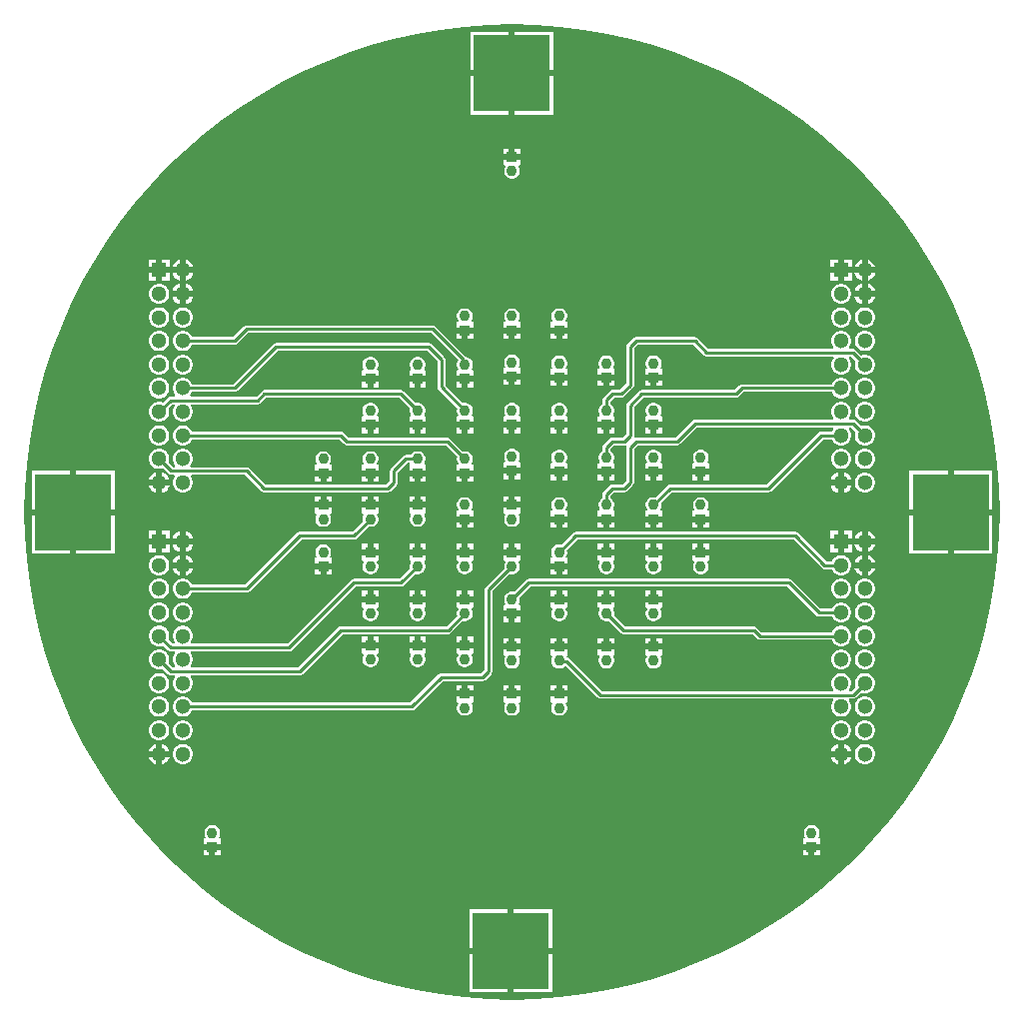
<source format=gtl>
%TF.GenerationSoftware,Altium Limited,Altium Designer,23.3.1 (30)*%
G04 Layer_Physical_Order=1*
G04 Layer_Color=255*
%FSLAX25Y25*%
%MOIN*%
%TF.SameCoordinates,A648DCE1-0FA2-4CCB-ABDB-414D2F473EA8*%
%TF.FilePolarity,Positive*%
%TF.FileFunction,Copper,L1,Top,Signal*%
%TF.Part,Single*%
G01*
G75*
%TA.AperFunction,Conductor*%
%ADD10C,0.00984*%
%TA.AperFunction,ComponentPad*%
%ADD11C,0.03661*%
%ADD12R,0.03661X0.03661*%
%ADD13R,0.25591X0.25591*%
%ADD14R,0.05118X0.05118*%
%ADD15C,0.05118*%
G36*
X7983Y162500D02*
X15947Y161912D01*
X23872Y160935D01*
X31740Y159570D01*
X39532Y157820D01*
X47228Y155690D01*
X54811Y153185D01*
X62261Y150311D01*
X69561Y147075D01*
X76694Y143485D01*
X83642Y139549D01*
X90389Y135277D01*
X96918Y130678D01*
X103213Y125766D01*
X109260Y120550D01*
X115043Y115043D01*
X120550Y109260D01*
X125766Y103213D01*
X130678Y96918D01*
X135277Y90389D01*
X139549Y83642D01*
X143485Y76694D01*
X147075Y69561D01*
X150311Y62261D01*
X153185Y54811D01*
X155690Y47228D01*
X157820Y39532D01*
X159570Y31740D01*
X160935Y23872D01*
X161912Y15947D01*
X162500Y7983D01*
X162693Y99D01*
X162674Y-0D01*
X162693Y-99D01*
X162500Y-7983D01*
X161912Y-15947D01*
X160935Y-23873D01*
X159570Y-31740D01*
X157820Y-39532D01*
X155690Y-47228D01*
X153185Y-54811D01*
X150311Y-62261D01*
X147075Y-69561D01*
X143485Y-76694D01*
X139549Y-83643D01*
X135277Y-90389D01*
X130678Y-96918D01*
X125766Y-103213D01*
X120550Y-109260D01*
X115043Y-115043D01*
X109260Y-120550D01*
X103213Y-125766D01*
X96918Y-130679D01*
X90389Y-135277D01*
X83642Y-139549D01*
X76694Y-143485D01*
X69561Y-147075D01*
X62261Y-150311D01*
X54811Y-153185D01*
X47228Y-155690D01*
X39532Y-157820D01*
X31740Y-159570D01*
X23872Y-160935D01*
X15947Y-161913D01*
X7983Y-162500D01*
X99Y-162694D01*
X-0Y-162674D01*
X-99Y-162694D01*
X-7983Y-162500D01*
X-15947Y-161913D01*
X-23873Y-160935D01*
X-31740Y-159570D01*
X-39532Y-157820D01*
X-47228Y-155690D01*
X-54811Y-153185D01*
X-62261Y-150311D01*
X-69561Y-147075D01*
X-76694Y-143485D01*
X-83643Y-139549D01*
X-90389Y-135277D01*
X-96918Y-130679D01*
X-103213Y-125766D01*
X-109260Y-120550D01*
X-115043Y-115043D01*
X-120550Y-109260D01*
X-125766Y-103213D01*
X-130679Y-96918D01*
X-135277Y-90389D01*
X-139549Y-83643D01*
X-143485Y-76694D01*
X-147075Y-69561D01*
X-150311Y-62261D01*
X-153185Y-54811D01*
X-155690Y-47228D01*
X-157820Y-39532D01*
X-159570Y-31740D01*
X-160935Y-23873D01*
X-161913Y-15947D01*
X-162500Y-7983D01*
X-162694Y-99D01*
X-162674Y-0D01*
X-162694Y99D01*
X-162500Y7983D01*
X-161913Y15947D01*
X-160935Y23872D01*
X-159570Y31740D01*
X-157820Y39532D01*
X-155690Y47228D01*
X-153185Y54811D01*
X-150311Y62261D01*
X-147075Y69561D01*
X-143485Y76694D01*
X-139549Y83642D01*
X-135277Y90389D01*
X-130679Y96918D01*
X-125766Y103213D01*
X-120550Y109260D01*
X-115043Y115043D01*
X-109260Y120550D01*
X-103213Y125766D01*
X-96918Y130678D01*
X-90389Y135277D01*
X-83643Y139549D01*
X-76694Y143485D01*
X-69561Y147075D01*
X-62261Y150311D01*
X-54811Y153185D01*
X-47228Y155690D01*
X-39532Y157820D01*
X-31740Y159570D01*
X-23873Y160935D01*
X-15947Y161912D01*
X-7983Y162500D01*
X-99Y162693D01*
X-0Y162674D01*
X99Y162693D01*
X7983Y162500D01*
D02*
G37*
%LPC*%
G36*
X13795Y160225D02*
X1000D01*
Y147430D01*
X13795D01*
Y160225D01*
D02*
G37*
G36*
X-1000D02*
X-13795D01*
Y147430D01*
X-1000D01*
Y160225D01*
D02*
G37*
G36*
X13795Y145430D02*
X1000D01*
Y132635D01*
X13795D01*
Y145430D01*
D02*
G37*
G36*
X-1000D02*
X-13795D01*
Y132635D01*
X-1000D01*
Y145430D01*
D02*
G37*
G36*
X2831Y121335D02*
X1000D01*
Y119504D01*
X2831D01*
Y121335D01*
D02*
G37*
G36*
X-1000D02*
X-2831D01*
Y119504D01*
X-1000D01*
Y121335D01*
D02*
G37*
G36*
X2831Y117504D02*
X-0D01*
X-2831D01*
Y115673D01*
X-2481D01*
X-2219Y115173D01*
X-2440Y114790D01*
X-2618Y114124D01*
Y113435D01*
X-2440Y112769D01*
X-2095Y112172D01*
X-1608Y111685D01*
X-1011Y111340D01*
X-345Y111161D01*
X345D01*
X1010Y111340D01*
X1608Y111685D01*
X2095Y112172D01*
X2440Y112769D01*
X2618Y113435D01*
Y114124D01*
X2440Y114790D01*
X2218Y115173D01*
X2481Y115673D01*
X2831D01*
Y117504D01*
D02*
G37*
G36*
X113402Y84268D02*
X110843D01*
Y81709D01*
X113402D01*
Y84268D01*
D02*
G37*
G36*
X-108843Y84125D02*
Y81709D01*
X-106426D01*
X-106526Y82082D01*
X-106995Y82894D01*
X-107657Y83557D01*
X-108469Y84025D01*
X-108843Y84125D01*
D02*
G37*
G36*
X-114157Y84268D02*
X-116717D01*
Y81709D01*
X-114157D01*
Y84268D01*
D02*
G37*
G36*
X-110843Y84125D02*
X-111216Y84025D01*
X-112028Y83557D01*
X-112690Y82894D01*
X-113159Y82082D01*
X-113259Y81709D01*
X-110843D01*
Y84125D01*
D02*
G37*
G36*
X108843Y84268D02*
X106283D01*
Y81709D01*
X108843D01*
Y84268D01*
D02*
G37*
G36*
X-118717Y84268D02*
X-121276D01*
Y81709D01*
X-118717D01*
Y84268D01*
D02*
G37*
G36*
X118717Y84125D02*
Y81709D01*
X121133D01*
X121033Y82082D01*
X120564Y82894D01*
X119902Y83557D01*
X119090Y84025D01*
X118717Y84125D01*
D02*
G37*
G36*
X116717Y84125D02*
X116343Y84025D01*
X115531Y83557D01*
X114869Y82894D01*
X114400Y82082D01*
X114300Y81709D01*
X116717D01*
Y84125D01*
D02*
G37*
G36*
Y79709D02*
X114300D01*
X114400Y79335D01*
X114869Y78523D01*
X115531Y77861D01*
X116343Y77392D01*
X116717Y77292D01*
Y79709D01*
D02*
G37*
G36*
X-110843Y79709D02*
X-113259D01*
X-113159Y79335D01*
X-112690Y78523D01*
X-112028Y77861D01*
X-111216Y77392D01*
X-110843Y77292D01*
Y79709D01*
D02*
G37*
G36*
X121133Y79709D02*
X118717D01*
Y77292D01*
X119090Y77392D01*
X119902Y77861D01*
X120564Y78523D01*
X121033Y79335D01*
X121133Y79709D01*
D02*
G37*
G36*
X-106426Y79709D02*
X-108843D01*
Y77292D01*
X-108469Y77392D01*
X-107657Y77861D01*
X-106995Y78523D01*
X-106526Y79335D01*
X-106426Y79709D01*
D02*
G37*
G36*
X113402D02*
X110843D01*
Y77150D01*
X113402D01*
Y79709D01*
D02*
G37*
G36*
X108843D02*
X106283D01*
Y77150D01*
X108843D01*
Y79709D01*
D02*
G37*
G36*
X-114157D02*
X-116717D01*
Y77150D01*
X-114157D01*
Y79709D01*
D02*
G37*
G36*
X-118717D02*
X-121276D01*
Y77150D01*
X-118717D01*
Y79709D01*
D02*
G37*
G36*
X118717Y76251D02*
Y73835D01*
X121133D01*
X121033Y74208D01*
X120564Y75020D01*
X119902Y75683D01*
X119090Y76151D01*
X118717Y76251D01*
D02*
G37*
G36*
X116717Y76251D02*
X116343Y76151D01*
X115531Y75683D01*
X114869Y75020D01*
X114400Y74208D01*
X114300Y73835D01*
X116717D01*
Y76251D01*
D02*
G37*
G36*
X-108843D02*
Y73835D01*
X-106426D01*
X-106526Y74208D01*
X-106995Y75020D01*
X-107657Y75683D01*
X-108469Y76151D01*
X-108843Y76251D01*
D02*
G37*
G36*
X-110843Y76251D02*
X-111216Y76151D01*
X-112028Y75683D01*
X-112690Y75020D01*
X-113159Y74208D01*
X-113259Y73835D01*
X-110843D01*
Y76251D01*
D02*
G37*
G36*
X110283Y76181D02*
X109402D01*
X108551Y75953D01*
X107788Y75512D01*
X107165Y74889D01*
X106724Y74126D01*
X106496Y73275D01*
Y72394D01*
X106724Y71543D01*
X107165Y70780D01*
X107788Y70157D01*
X108551Y69716D01*
X109402Y69488D01*
X110283D01*
X111134Y69716D01*
X111897Y70157D01*
X112520Y70780D01*
X112961Y71543D01*
X113189Y72394D01*
Y73275D01*
X112961Y74126D01*
X112520Y74889D01*
X111897Y75512D01*
X111134Y75953D01*
X110283Y76181D01*
D02*
G37*
G36*
X-117276Y76181D02*
X-118157D01*
X-119008Y75953D01*
X-119771Y75512D01*
X-120394Y74889D01*
X-120835Y74126D01*
X-121063Y73275D01*
Y72394D01*
X-120835Y71543D01*
X-120394Y70780D01*
X-119771Y70157D01*
X-119008Y69716D01*
X-118157Y69488D01*
X-117276D01*
X-116425Y69716D01*
X-115662Y70157D01*
X-115039Y70780D01*
X-114598Y71543D01*
X-114370Y72394D01*
Y73275D01*
X-114598Y74126D01*
X-115039Y74889D01*
X-115662Y75512D01*
X-116425Y75953D01*
X-117276Y76181D01*
D02*
G37*
G36*
X116717Y71835D02*
X114300D01*
X114400Y71461D01*
X114869Y70649D01*
X115531Y69987D01*
X116343Y69518D01*
X116717Y69418D01*
Y71835D01*
D02*
G37*
G36*
X-106426Y71835D02*
X-108843D01*
Y69418D01*
X-108469Y69518D01*
X-107657Y69987D01*
X-106995Y70649D01*
X-106526Y71461D01*
X-106426Y71835D01*
D02*
G37*
G36*
X121133Y71835D02*
X118717D01*
Y69418D01*
X119090Y69518D01*
X119902Y69987D01*
X120564Y70649D01*
X121033Y71461D01*
X121133Y71835D01*
D02*
G37*
G36*
X-110843Y71835D02*
X-113259D01*
X-113159Y71461D01*
X-112690Y70649D01*
X-112028Y69987D01*
X-111216Y69518D01*
X-110843Y69418D01*
Y71835D01*
D02*
G37*
G36*
X345Y67972D02*
X-345D01*
X-1011Y67794D01*
X-1608Y67449D01*
X-2095Y66962D01*
X-2440Y66365D01*
X-2618Y65699D01*
Y65010D01*
X-2440Y64344D01*
X-2219Y63961D01*
X-2481Y63461D01*
X-2831D01*
Y61630D01*
X-0D01*
X2831D01*
Y63461D01*
X2481D01*
X2218Y63961D01*
X2440Y64344D01*
X2618Y65010D01*
Y65699D01*
X2440Y66365D01*
X2095Y66962D01*
X1608Y67449D01*
X1010Y67794D01*
X345Y67972D01*
D02*
G37*
G36*
X-15403D02*
X-16093D01*
X-16759Y67794D01*
X-17356Y67449D01*
X-17843Y66962D01*
X-18188Y66365D01*
X-18366Y65699D01*
Y65010D01*
X-18188Y64344D01*
X-17967Y63961D01*
X-18229Y63461D01*
X-18579D01*
Y61630D01*
X-15748D01*
X-12917D01*
Y63461D01*
X-13267D01*
X-13530Y63961D01*
X-13308Y64344D01*
X-13130Y65010D01*
Y65699D01*
X-13308Y66365D01*
X-13653Y66962D01*
X-14141Y67449D01*
X-14738Y67794D01*
X-15403Y67972D01*
D02*
G37*
G36*
X16093D02*
X15403D01*
X14737Y67794D01*
X14140Y67449D01*
X13653Y66962D01*
X13308Y66365D01*
X13130Y65699D01*
Y65010D01*
X13308Y64344D01*
X13530Y63961D01*
X13267Y63461D01*
X12917D01*
Y61630D01*
X15748D01*
X18579D01*
Y63461D01*
X18229D01*
X17966Y63961D01*
X18188Y64344D01*
X18366Y65010D01*
Y65699D01*
X18188Y66365D01*
X17843Y66962D01*
X17356Y67449D01*
X16759Y67794D01*
X16093Y67972D01*
D02*
G37*
G36*
X118157Y68307D02*
X117276D01*
X116425Y68079D01*
X115662Y67638D01*
X115039Y67015D01*
X114598Y66252D01*
X114370Y65401D01*
Y64520D01*
X114598Y63669D01*
X115039Y62906D01*
X115662Y62283D01*
X116425Y61842D01*
X117276Y61614D01*
X118157D01*
X119008Y61842D01*
X119771Y62283D01*
X120394Y62906D01*
X120835Y63669D01*
X121063Y64520D01*
Y65401D01*
X120835Y66252D01*
X120394Y67015D01*
X119771Y67638D01*
X119008Y68079D01*
X118157Y68307D01*
D02*
G37*
G36*
X110283D02*
X109402D01*
X108551Y68079D01*
X107788Y67638D01*
X107165Y67015D01*
X106724Y66252D01*
X106496Y65401D01*
Y64520D01*
X106724Y63669D01*
X107165Y62906D01*
X107788Y62283D01*
X108551Y61842D01*
X109402Y61614D01*
X110283D01*
X111134Y61842D01*
X111897Y62283D01*
X112520Y62906D01*
X112961Y63669D01*
X113189Y64520D01*
Y65401D01*
X112961Y66252D01*
X112520Y67015D01*
X111897Y67638D01*
X111134Y68079D01*
X110283Y68307D01*
D02*
G37*
G36*
X-109402Y68307D02*
X-110283D01*
X-111134Y68079D01*
X-111897Y67638D01*
X-112520Y67015D01*
X-112961Y66252D01*
X-113189Y65401D01*
Y64520D01*
X-112961Y63669D01*
X-112520Y62906D01*
X-111897Y62283D01*
X-111134Y61842D01*
X-110283Y61614D01*
X-109402D01*
X-108551Y61842D01*
X-107788Y62283D01*
X-107165Y62906D01*
X-106724Y63669D01*
X-106496Y64520D01*
Y65401D01*
X-106724Y66252D01*
X-107165Y67015D01*
X-107788Y67638D01*
X-108551Y68079D01*
X-109402Y68307D01*
D02*
G37*
G36*
X-117276D02*
X-118157D01*
X-119008Y68079D01*
X-119771Y67638D01*
X-120394Y67015D01*
X-120835Y66252D01*
X-121063Y65401D01*
Y64520D01*
X-120835Y63669D01*
X-120394Y62906D01*
X-119771Y62283D01*
X-119008Y61842D01*
X-118157Y61614D01*
X-117276D01*
X-116425Y61842D01*
X-115662Y62283D01*
X-115039Y62906D01*
X-114598Y63669D01*
X-114370Y64520D01*
Y65401D01*
X-114598Y66252D01*
X-115039Y67015D01*
X-115662Y67638D01*
X-116425Y68079D01*
X-117276Y68307D01*
D02*
G37*
G36*
X-26354Y62328D02*
X-88583D01*
X-89082Y62229D01*
X-89505Y61946D01*
X-93060Y58391D01*
X-106732D01*
X-107165Y59141D01*
X-107788Y59764D01*
X-108551Y60205D01*
X-109402Y60433D01*
X-110283D01*
X-111134Y60205D01*
X-111897Y59764D01*
X-112520Y59141D01*
X-112961Y58378D01*
X-113189Y57527D01*
Y56646D01*
X-112961Y55795D01*
X-112520Y55032D01*
X-111897Y54409D01*
X-111134Y53968D01*
X-110283Y53740D01*
X-109402D01*
X-108551Y53968D01*
X-107788Y54409D01*
X-107165Y55032D01*
X-106732Y55782D01*
X-92520D01*
X-92020Y55881D01*
X-91597Y56164D01*
X-88042Y59719D01*
X-26894D01*
X-17899Y50724D01*
X-18188Y50223D01*
X-18366Y49557D01*
Y48868D01*
X-18188Y48202D01*
X-17967Y47819D01*
X-18229Y47319D01*
X-18579D01*
Y45488D01*
X-15748D01*
X-12917D01*
Y47319D01*
X-13267D01*
X-13530Y47819D01*
X-13308Y48202D01*
X-13130Y48868D01*
Y49557D01*
X-13308Y50223D01*
X-13653Y50820D01*
X-14141Y51308D01*
X-14738Y51652D01*
X-15306Y51805D01*
X-15338Y51853D01*
X-25431Y61946D01*
X-25855Y62229D01*
X-25937Y62245D01*
X-26354Y62328D01*
D02*
G37*
G36*
X18579Y59630D02*
X16748D01*
Y57799D01*
X18579D01*
Y59630D01*
D02*
G37*
G36*
X14748D02*
X12917D01*
Y57799D01*
X14748D01*
Y59630D01*
D02*
G37*
G36*
X2831D02*
X1000D01*
Y57799D01*
X2831D01*
Y59630D01*
D02*
G37*
G36*
X-1000D02*
X-2831D01*
Y57799D01*
X-1000D01*
Y59630D01*
D02*
G37*
G36*
X-12917D02*
X-14748D01*
Y57799D01*
X-12917D01*
Y59630D01*
D02*
G37*
G36*
X-16748D02*
X-18579D01*
Y57799D01*
X-16748D01*
Y59630D01*
D02*
G37*
G36*
X110283Y60433D02*
X109402D01*
X108551Y60205D01*
X107788Y59764D01*
X107165Y59141D01*
X106724Y58378D01*
X106496Y57527D01*
Y56646D01*
X106724Y55795D01*
X107153Y55053D01*
X107088Y54787D01*
X106991Y54553D01*
X65403D01*
X61946Y58009D01*
X61523Y58292D01*
X61024Y58391D01*
X41339D01*
X40839Y58292D01*
X40416Y58009D01*
X38448Y56041D01*
X38165Y55617D01*
X38065Y55118D01*
Y42801D01*
X35939Y40675D01*
X33465D01*
X32965Y40575D01*
X32542Y40293D01*
X30573Y38324D01*
X30291Y37901D01*
X30191Y37402D01*
Y36128D01*
X29888Y35953D01*
X29401Y35466D01*
X29056Y34869D01*
X28878Y34203D01*
Y33514D01*
X29056Y32848D01*
X29278Y32465D01*
X29015Y31964D01*
X28665D01*
Y30134D01*
X31496D01*
X34327D01*
Y31964D01*
X33977D01*
X33714Y32465D01*
X33936Y32848D01*
X34114Y33514D01*
Y34203D01*
X33936Y34869D01*
X33591Y35466D01*
X33103Y35953D01*
X32800Y36128D01*
Y36861D01*
X34005Y38065D01*
X36479D01*
X36978Y38165D01*
X37402Y38448D01*
X40293Y41339D01*
X40575Y41762D01*
X40675Y42261D01*
Y54578D01*
X41879Y55782D01*
X60483D01*
X63940Y52325D01*
X64363Y52043D01*
X64862Y51943D01*
X107134D01*
X107341Y51443D01*
X107165Y51267D01*
X106724Y50504D01*
X106496Y49653D01*
Y48772D01*
X106724Y47921D01*
X107165Y47158D01*
X107788Y46535D01*
X108551Y46094D01*
X109402Y45866D01*
X110283D01*
X111134Y46094D01*
X111897Y46535D01*
X112520Y47158D01*
X112961Y47921D01*
X113189Y48772D01*
Y49653D01*
X112961Y50504D01*
X112520Y51267D01*
X112344Y51443D01*
X112551Y51943D01*
X113141D01*
X114594Y50490D01*
X114370Y49653D01*
Y48772D01*
X114598Y47921D01*
X115039Y47158D01*
X115662Y46535D01*
X116425Y46094D01*
X117276Y45866D01*
X118157D01*
X119008Y46094D01*
X119771Y46535D01*
X120394Y47158D01*
X120835Y47921D01*
X121063Y48772D01*
Y49653D01*
X120835Y50504D01*
X120394Y51267D01*
X119771Y51890D01*
X119008Y52331D01*
X118157Y52559D01*
X117276D01*
X116439Y52335D01*
X114604Y54171D01*
X114180Y54453D01*
X113681Y54553D01*
X112694D01*
X112597Y54787D01*
X112532Y55053D01*
X112961Y55795D01*
X113189Y56646D01*
Y57527D01*
X112961Y58378D01*
X112520Y59141D01*
X111897Y59764D01*
X111134Y60205D01*
X110283Y60433D01*
D02*
G37*
G36*
X118157D02*
X117276D01*
X116425Y60205D01*
X115662Y59764D01*
X115039Y59141D01*
X114598Y58378D01*
X114370Y57527D01*
Y56646D01*
X114598Y55795D01*
X115039Y55032D01*
X115662Y54409D01*
X116425Y53968D01*
X117276Y53740D01*
X118157D01*
X119008Y53968D01*
X119771Y54409D01*
X120394Y55032D01*
X120835Y55795D01*
X121063Y56646D01*
Y57527D01*
X120835Y58378D01*
X120394Y59141D01*
X119771Y59764D01*
X119008Y60205D01*
X118157Y60433D01*
D02*
G37*
G36*
X-117276Y60433D02*
X-118157D01*
X-119008Y60205D01*
X-119771Y59764D01*
X-120394Y59141D01*
X-120835Y58378D01*
X-121063Y57527D01*
Y56646D01*
X-120835Y55795D01*
X-120394Y55032D01*
X-119771Y54409D01*
X-119008Y53968D01*
X-118157Y53740D01*
X-117276D01*
X-116425Y53968D01*
X-115662Y54409D01*
X-115039Y55032D01*
X-114598Y55795D01*
X-114370Y56646D01*
Y57527D01*
X-114598Y58378D01*
X-115039Y59141D01*
X-115662Y59764D01*
X-116425Y60205D01*
X-117276Y60433D01*
D02*
G37*
G36*
X345Y52618D02*
X-345D01*
X-1011Y52440D01*
X-1608Y52095D01*
X-2095Y51608D01*
X-2440Y51011D01*
X-2618Y50345D01*
Y49655D01*
X-2440Y48989D01*
X-2219Y48606D01*
X-2481Y48106D01*
X-2831D01*
Y46276D01*
X-0D01*
X2831D01*
Y48106D01*
X2481D01*
X2218Y48606D01*
X2440Y48989D01*
X2618Y49655D01*
Y50345D01*
X2440Y51011D01*
X2095Y51608D01*
X1608Y52095D01*
X1010Y52440D01*
X345Y52618D01*
D02*
G37*
G36*
X47589Y52224D02*
X46899D01*
X46233Y52046D01*
X45636Y51701D01*
X45149Y51214D01*
X44804Y50617D01*
X44626Y49951D01*
Y49262D01*
X44804Y48596D01*
X45026Y48213D01*
X44763Y47712D01*
X44413D01*
Y45882D01*
X47244D01*
X50075D01*
Y47712D01*
X49725D01*
X49463Y48213D01*
X49684Y48596D01*
X49862Y49262D01*
Y49951D01*
X49684Y50617D01*
X49339Y51214D01*
X48852Y51701D01*
X48255Y52046D01*
X47589Y52224D01*
D02*
G37*
G36*
X31841D02*
X31151D01*
X30485Y52046D01*
X29888Y51701D01*
X29401Y51214D01*
X29056Y50617D01*
X28878Y49951D01*
Y49262D01*
X29056Y48596D01*
X29278Y48213D01*
X29015Y47712D01*
X28665D01*
Y45882D01*
X31496D01*
X34327D01*
Y47712D01*
X33977D01*
X33714Y48213D01*
X33936Y48596D01*
X34114Y49262D01*
Y49951D01*
X33936Y50617D01*
X33591Y51214D01*
X33103Y51701D01*
X32506Y52046D01*
X31841Y52224D01*
D02*
G37*
G36*
X16093D02*
X15403D01*
X14737Y52046D01*
X14140Y51701D01*
X13653Y51214D01*
X13308Y50617D01*
X13130Y49951D01*
Y49262D01*
X13308Y48596D01*
X13530Y48213D01*
X13267Y47712D01*
X12917D01*
Y45882D01*
X15748D01*
X18579D01*
Y47712D01*
X18229D01*
X17966Y48213D01*
X18188Y48596D01*
X18366Y49262D01*
Y49951D01*
X18188Y50617D01*
X17843Y51214D01*
X17356Y51701D01*
X16759Y52046D01*
X16093Y52224D01*
D02*
G37*
G36*
X-109402Y52559D02*
X-110283D01*
X-111134Y52331D01*
X-111897Y51890D01*
X-112520Y51267D01*
X-112961Y50504D01*
X-113189Y49653D01*
Y48772D01*
X-112961Y47921D01*
X-112520Y47158D01*
X-111897Y46535D01*
X-111134Y46094D01*
X-110283Y45866D01*
X-109402D01*
X-108551Y46094D01*
X-107788Y46535D01*
X-107165Y47158D01*
X-106724Y47921D01*
X-106496Y48772D01*
Y49653D01*
X-106724Y50504D01*
X-107165Y51267D01*
X-107788Y51890D01*
X-108551Y52331D01*
X-109402Y52559D01*
D02*
G37*
G36*
X-117276D02*
X-118157D01*
X-119008Y52331D01*
X-119771Y51890D01*
X-120394Y51267D01*
X-120835Y50504D01*
X-121063Y49653D01*
Y48772D01*
X-120835Y47921D01*
X-120394Y47158D01*
X-119771Y46535D01*
X-119008Y46094D01*
X-118157Y45866D01*
X-117276D01*
X-116425Y46094D01*
X-115662Y46535D01*
X-115039Y47158D01*
X-114598Y47921D01*
X-114370Y48772D01*
Y49653D01*
X-114598Y50504D01*
X-115039Y51267D01*
X-115662Y51890D01*
X-116425Y52331D01*
X-117276Y52559D01*
D02*
G37*
G36*
X-31152Y51831D02*
X-31841D01*
X-32507Y51652D01*
X-33104Y51308D01*
X-33591Y50820D01*
X-33936Y50223D01*
X-34114Y49557D01*
Y48868D01*
X-33936Y48202D01*
X-33715Y47819D01*
X-33977Y47319D01*
X-34327D01*
Y45488D01*
X-31496D01*
X-28665D01*
Y47319D01*
X-29015D01*
X-29278Y47819D01*
X-29057Y48202D01*
X-28878Y48868D01*
Y49557D01*
X-29057Y50223D01*
X-29401Y50820D01*
X-29889Y51308D01*
X-30486Y51652D01*
X-31152Y51831D01*
D02*
G37*
G36*
X-46900D02*
X-47589D01*
X-48255Y51652D01*
X-48852Y51308D01*
X-49339Y50820D01*
X-49684Y50223D01*
X-49862Y49557D01*
Y48868D01*
X-49684Y48202D01*
X-49463Y47819D01*
X-49725Y47319D01*
X-50075D01*
Y45488D01*
X-47244D01*
X-44414D01*
Y47319D01*
X-44763D01*
X-45026Y47819D01*
X-44804Y48202D01*
X-44626Y48868D01*
Y49557D01*
X-44804Y50223D01*
X-45149Y50820D01*
X-45637Y51308D01*
X-46234Y51652D01*
X-46900Y51831D01*
D02*
G37*
G36*
X2831Y44276D02*
X1000D01*
Y42445D01*
X2831D01*
Y44276D01*
D02*
G37*
G36*
X-1000D02*
X-2831D01*
Y42445D01*
X-1000D01*
Y44276D01*
D02*
G37*
G36*
X50075Y43882D02*
X48244D01*
Y42051D01*
X50075D01*
Y43882D01*
D02*
G37*
G36*
X46244D02*
X44413D01*
Y42051D01*
X46244D01*
Y43882D01*
D02*
G37*
G36*
X34327D02*
X32496D01*
Y42051D01*
X34327D01*
Y43882D01*
D02*
G37*
G36*
X30496D02*
X28665D01*
Y42051D01*
X30496D01*
Y43882D01*
D02*
G37*
G36*
X18579D02*
X16748D01*
Y42051D01*
X18579D01*
Y43882D01*
D02*
G37*
G36*
X14748D02*
X12917D01*
Y42051D01*
X14748D01*
Y43882D01*
D02*
G37*
G36*
X-12917Y43488D02*
X-14748D01*
Y41658D01*
X-12917D01*
Y43488D01*
D02*
G37*
G36*
X-16748D02*
X-18579D01*
Y41658D01*
X-16748D01*
Y43488D01*
D02*
G37*
G36*
X-28665D02*
X-30496D01*
Y41658D01*
X-28665D01*
Y43488D01*
D02*
G37*
G36*
X-32496D02*
X-34327D01*
Y41658D01*
X-32496D01*
Y43488D01*
D02*
G37*
G36*
X-44414D02*
X-46244D01*
Y41658D01*
X-44414D01*
Y43488D01*
D02*
G37*
G36*
X-48244D02*
X-50075D01*
Y41658D01*
X-48244D01*
Y43488D01*
D02*
G37*
G36*
X118157Y44685D02*
X117276D01*
X116425Y44457D01*
X115662Y44016D01*
X115039Y43393D01*
X114598Y42630D01*
X114370Y41779D01*
Y40898D01*
X114598Y40047D01*
X115039Y39284D01*
X115662Y38661D01*
X116425Y38220D01*
X117276Y37992D01*
X118157D01*
X119008Y38220D01*
X119771Y38661D01*
X120394Y39284D01*
X120835Y40047D01*
X121063Y40898D01*
Y41779D01*
X120835Y42630D01*
X120394Y43393D01*
X119771Y44016D01*
X119008Y44457D01*
X118157Y44685D01*
D02*
G37*
G36*
X110283D02*
X109402D01*
X108551Y44457D01*
X107788Y44016D01*
X107165Y43393D01*
X106732Y42643D01*
X76772D01*
X76272Y42544D01*
X75849Y42261D01*
X74263Y40675D01*
X43183D01*
X42684Y40575D01*
X42261Y40293D01*
X38448Y36479D01*
X38165Y36056D01*
X38065Y35557D01*
Y26131D01*
X36861Y24927D01*
X33465D01*
X32965Y24827D01*
X32542Y24544D01*
X30573Y22576D01*
X30291Y22153D01*
X30191Y21653D01*
Y20380D01*
X29888Y20205D01*
X29401Y19718D01*
X29056Y19121D01*
X28878Y18455D01*
Y17765D01*
X29056Y17100D01*
X29278Y16716D01*
X29015Y16217D01*
X28665D01*
Y14386D01*
X31496D01*
X34327D01*
Y16217D01*
X33977D01*
X33714Y16716D01*
X33936Y17100D01*
X34114Y17765D01*
Y18455D01*
X33936Y19121D01*
X33591Y19718D01*
X33103Y20205D01*
X32800Y20380D01*
Y21113D01*
X34005Y22318D01*
X37402D01*
X37740Y22385D01*
X37838Y22331D01*
X37969Y22221D01*
X38079Y22090D01*
X38133Y21992D01*
X38065Y21654D01*
Y10383D01*
X36861Y9179D01*
X33465D01*
X32965Y9079D01*
X32542Y8796D01*
X30573Y6828D01*
X30291Y6405D01*
X30191Y5906D01*
Y4632D01*
X29888Y4457D01*
X29401Y3970D01*
X29056Y3373D01*
X28878Y2707D01*
Y2017D01*
X29056Y1352D01*
X29278Y968D01*
X29015Y468D01*
X28665D01*
Y-1362D01*
X31496D01*
Y-2362D01*
D01*
Y-1362D01*
X34327D01*
Y468D01*
X33977D01*
X33715Y968D01*
X33936Y1352D01*
X34114Y2017D01*
Y2707D01*
X33936Y3373D01*
X33591Y3970D01*
X33104Y4457D01*
X32801Y4632D01*
Y5365D01*
X34005Y6569D01*
X37402D01*
X37901Y6669D01*
X38324Y6951D01*
X40293Y8920D01*
X40575Y9343D01*
X40675Y9843D01*
Y21113D01*
X41879Y22318D01*
X55118D01*
X55617Y22417D01*
X56041Y22700D01*
X61564Y28223D01*
X107089D01*
X107280Y27761D01*
X107165Y27645D01*
X106732Y26895D01*
X103150D01*
X102650Y26796D01*
X102227Y26513D01*
X84893Y9179D01*
X52756D01*
X52257Y9079D01*
X51833Y8796D01*
X47927Y4890D01*
X47589Y4980D01*
X46899D01*
X46233Y4802D01*
X45636Y4457D01*
X45149Y3970D01*
X44804Y3373D01*
X44626Y2707D01*
Y2017D01*
X44804Y1352D01*
X45026Y968D01*
X44763Y468D01*
X44413D01*
Y-1362D01*
X47244D01*
X50075D01*
Y468D01*
X49725D01*
X49463Y968D01*
X49684Y1352D01*
X49862Y2017D01*
Y2707D01*
X49772Y3045D01*
X53296Y6569D01*
X85433D01*
X85932Y6669D01*
X86356Y6951D01*
X103690Y24286D01*
X106732D01*
X107165Y23536D01*
X107788Y22913D01*
X108551Y22472D01*
X109402Y22244D01*
X110283D01*
X111134Y22472D01*
X111897Y22913D01*
X112520Y23536D01*
X112961Y24299D01*
X113189Y25150D01*
Y26031D01*
X112961Y26882D01*
X112520Y27645D01*
X112405Y27761D01*
X112596Y28223D01*
X113239D01*
X114594Y26868D01*
X114370Y26031D01*
Y25150D01*
X114598Y24299D01*
X115039Y23536D01*
X115662Y22913D01*
X116425Y22472D01*
X117276Y22244D01*
X118157D01*
X119008Y22472D01*
X119771Y22913D01*
X120394Y23536D01*
X120835Y24299D01*
X121063Y25150D01*
Y26031D01*
X120835Y26882D01*
X120394Y27645D01*
X119771Y28268D01*
X119008Y28709D01*
X118157Y28937D01*
X117276D01*
X116439Y28713D01*
X114702Y30450D01*
X114279Y30733D01*
X113779Y30832D01*
X112596D01*
X112405Y31294D01*
X112520Y31410D01*
X112961Y32173D01*
X113189Y33024D01*
Y33905D01*
X112961Y34756D01*
X112520Y35519D01*
X111897Y36142D01*
X111134Y36583D01*
X110283Y36811D01*
X109402D01*
X108551Y36583D01*
X107788Y36142D01*
X107165Y35519D01*
X106724Y34756D01*
X106496Y33905D01*
Y33024D01*
X106724Y32173D01*
X107165Y31410D01*
X107280Y31294D01*
X107089Y30832D01*
X61024D01*
X60524Y30733D01*
X60101Y30450D01*
X54578Y24927D01*
X41339D01*
X41000Y24859D01*
X40902Y24913D01*
X40771Y25023D01*
X40661Y25154D01*
X40607Y25252D01*
X40675Y25591D01*
Y35016D01*
X43724Y38065D01*
X74803D01*
X75302Y38165D01*
X75726Y38448D01*
X77312Y40034D01*
X106732D01*
X107165Y39284D01*
X107788Y38661D01*
X108551Y38220D01*
X109402Y37992D01*
X110283D01*
X111134Y38220D01*
X111897Y38661D01*
X112520Y39284D01*
X112961Y40047D01*
X113189Y40898D01*
Y41779D01*
X112961Y42630D01*
X112520Y43393D01*
X111897Y44016D01*
X111134Y44457D01*
X110283Y44685D01*
D02*
G37*
G36*
X-117276Y44685D02*
X-118157D01*
X-119008Y44457D01*
X-119771Y44016D01*
X-120394Y43393D01*
X-120835Y42630D01*
X-121063Y41779D01*
Y40898D01*
X-120835Y40047D01*
X-120394Y39284D01*
X-119771Y38661D01*
X-119008Y38220D01*
X-118157Y37992D01*
X-117276D01*
X-116425Y38220D01*
X-115662Y38661D01*
X-115039Y39284D01*
X-114598Y40047D01*
X-114370Y40898D01*
Y41779D01*
X-114598Y42630D01*
X-115039Y43393D01*
X-115662Y44016D01*
X-116425Y44457D01*
X-117276Y44685D01*
D02*
G37*
G36*
X345Y36476D02*
X-345D01*
X-1011Y36298D01*
X-1608Y35953D01*
X-2095Y35466D01*
X-2440Y34869D01*
X-2618Y34203D01*
Y33514D01*
X-2440Y32848D01*
X-2219Y32465D01*
X-2481Y31964D01*
X-2831D01*
Y30134D01*
X-0D01*
X2831D01*
Y31964D01*
X2481D01*
X2218Y32465D01*
X2440Y32848D01*
X2618Y33514D01*
Y34203D01*
X2440Y34869D01*
X2095Y35466D01*
X1608Y35953D01*
X1010Y36298D01*
X345Y36476D01*
D02*
G37*
G36*
X-27829Y56423D02*
X-78740D01*
X-79239Y56323D01*
X-79663Y56041D01*
X-93060Y42643D01*
X-106732D01*
X-107165Y43393D01*
X-107788Y44016D01*
X-108551Y44457D01*
X-109402Y44685D01*
X-110283D01*
X-111134Y44457D01*
X-111897Y44016D01*
X-112520Y43393D01*
X-112961Y42630D01*
X-113189Y41779D01*
Y40898D01*
X-112961Y40047D01*
X-112520Y39284D01*
X-112344Y39108D01*
X-112551Y38608D01*
X-113878D01*
X-114377Y38508D01*
X-114801Y38226D01*
X-116439Y36587D01*
X-117276Y36811D01*
X-118157D01*
X-119008Y36583D01*
X-119771Y36142D01*
X-120394Y35519D01*
X-120835Y34756D01*
X-121063Y33905D01*
Y33024D01*
X-120835Y32173D01*
X-120394Y31410D01*
X-119771Y30787D01*
X-119008Y30346D01*
X-118157Y30118D01*
X-117276D01*
X-116425Y30346D01*
X-115662Y30787D01*
X-115039Y31410D01*
X-114598Y32173D01*
X-114370Y33024D01*
Y33905D01*
X-114594Y34742D01*
X-113338Y35999D01*
X-112694D01*
X-112597Y35764D01*
X-112532Y35499D01*
X-112961Y34756D01*
X-113189Y33905D01*
Y33024D01*
X-112961Y32173D01*
X-112520Y31410D01*
X-111897Y30787D01*
X-111134Y30346D01*
X-110283Y30118D01*
X-109402D01*
X-108551Y30346D01*
X-107788Y30787D01*
X-107165Y31410D01*
X-106724Y32173D01*
X-106496Y33024D01*
Y33905D01*
X-106724Y34756D01*
X-107153Y35499D01*
X-107088Y35764D01*
X-106991Y35999D01*
X-84744D01*
X-84245Y36098D01*
X-83822Y36381D01*
X-82137Y38065D01*
X-37549D01*
X-34024Y34541D01*
X-34114Y34203D01*
Y33514D01*
X-33936Y32848D01*
X-33715Y32465D01*
X-33977Y31964D01*
X-34327D01*
Y30134D01*
X-31496D01*
X-28665D01*
Y31964D01*
X-29015D01*
X-29278Y32465D01*
X-29057Y32848D01*
X-28878Y33514D01*
Y34203D01*
X-29057Y34869D01*
X-29401Y35466D01*
X-29889Y35953D01*
X-30486Y36298D01*
X-31152Y36476D01*
X-31841D01*
X-32179Y36386D01*
X-36086Y40293D01*
X-36509Y40575D01*
X-37008Y40675D01*
X-82677D01*
X-83176Y40575D01*
X-83600Y40293D01*
X-85285Y38608D01*
X-107134D01*
X-107341Y39108D01*
X-107165Y39284D01*
X-106732Y40034D01*
X-92520D01*
X-92020Y40133D01*
X-91597Y40416D01*
X-78200Y53813D01*
X-28370D01*
X-24927Y50371D01*
Y41732D01*
X-24827Y41233D01*
X-24544Y40810D01*
X-18276Y34541D01*
X-18366Y34203D01*
Y33514D01*
X-18188Y32848D01*
X-17967Y32465D01*
X-18229Y31964D01*
X-18579D01*
Y30134D01*
X-15748D01*
X-12917D01*
Y31964D01*
X-13267D01*
X-13530Y32465D01*
X-13308Y32848D01*
X-13130Y33514D01*
Y34203D01*
X-13308Y34869D01*
X-13653Y35466D01*
X-14141Y35953D01*
X-14738Y36298D01*
X-15403Y36476D01*
X-16093D01*
X-16431Y36386D01*
X-22318Y42272D01*
Y50911D01*
X-22417Y51410D01*
X-22700Y51833D01*
X-26907Y56041D01*
X-27330Y56323D01*
X-27413Y56340D01*
X-27829Y56423D01*
D02*
G37*
G36*
X47589Y36476D02*
X46899D01*
X46233Y36298D01*
X45636Y35953D01*
X45149Y35466D01*
X44804Y34869D01*
X44626Y34203D01*
Y33514D01*
X44804Y32848D01*
X45026Y32465D01*
X44763Y31964D01*
X44413D01*
Y30134D01*
X47244D01*
X50075D01*
Y31964D01*
X49725D01*
X49463Y32465D01*
X49684Y32848D01*
X49862Y33514D01*
Y34203D01*
X49684Y34869D01*
X49339Y35466D01*
X48852Y35953D01*
X48255Y36298D01*
X47589Y36476D01*
D02*
G37*
G36*
X-46900D02*
X-47589D01*
X-48255Y36298D01*
X-48852Y35953D01*
X-49339Y35466D01*
X-49684Y34869D01*
X-49862Y34203D01*
Y33514D01*
X-49684Y32848D01*
X-49463Y32465D01*
X-49725Y31964D01*
X-50075D01*
Y30134D01*
X-47244D01*
X-44414D01*
Y31964D01*
X-44763D01*
X-45026Y32465D01*
X-44804Y32848D01*
X-44626Y33514D01*
Y34203D01*
X-44804Y34869D01*
X-45149Y35466D01*
X-45637Y35953D01*
X-46234Y36298D01*
X-46900Y36476D01*
D02*
G37*
G36*
X16093D02*
X15403D01*
X14737Y36298D01*
X14140Y35953D01*
X13653Y35466D01*
X13308Y34869D01*
X13130Y34203D01*
Y33514D01*
X13308Y32848D01*
X13530Y32465D01*
X13267Y31964D01*
X12917D01*
Y30134D01*
X15748D01*
X18579D01*
Y31964D01*
X18229D01*
X17966Y32465D01*
X18188Y32848D01*
X18366Y33514D01*
Y34203D01*
X18188Y34869D01*
X17843Y35466D01*
X17356Y35953D01*
X16759Y36298D01*
X16093Y36476D01*
D02*
G37*
G36*
X118157Y36811D02*
X117276D01*
X116425Y36583D01*
X115662Y36142D01*
X115039Y35519D01*
X114598Y34756D01*
X114370Y33905D01*
Y33024D01*
X114598Y32173D01*
X115039Y31410D01*
X115662Y30787D01*
X116425Y30346D01*
X117276Y30118D01*
X118157D01*
X119008Y30346D01*
X119771Y30787D01*
X120394Y31410D01*
X120835Y32173D01*
X121063Y33024D01*
Y33905D01*
X120835Y34756D01*
X120394Y35519D01*
X119771Y36142D01*
X119008Y36583D01*
X118157Y36811D01*
D02*
G37*
G36*
X50075Y28134D02*
X48244D01*
Y26303D01*
X50075D01*
Y28134D01*
D02*
G37*
G36*
X46244D02*
X44413D01*
Y26303D01*
X46244D01*
Y28134D01*
D02*
G37*
G36*
X34327D02*
X32496D01*
Y26303D01*
X34327D01*
Y28134D01*
D02*
G37*
G36*
X30496D02*
X28665D01*
Y26303D01*
X30496D01*
Y28134D01*
D02*
G37*
G36*
X18579D02*
X16748D01*
Y26303D01*
X18579D01*
Y28134D01*
D02*
G37*
G36*
X14748D02*
X12917D01*
Y26303D01*
X14748D01*
Y28134D01*
D02*
G37*
G36*
X2831D02*
X1000D01*
Y26303D01*
X2831D01*
Y28134D01*
D02*
G37*
G36*
X-1000D02*
X-2831D01*
Y26303D01*
X-1000D01*
Y28134D01*
D02*
G37*
G36*
X-12917D02*
X-14748D01*
Y26303D01*
X-12917D01*
Y28134D01*
D02*
G37*
G36*
X-16748D02*
X-18579D01*
Y26303D01*
X-16748D01*
Y28134D01*
D02*
G37*
G36*
X-28665D02*
X-30496D01*
Y26303D01*
X-28665D01*
Y28134D01*
D02*
G37*
G36*
X-32496D02*
X-34327D01*
Y26303D01*
X-32496D01*
Y28134D01*
D02*
G37*
G36*
X-44414D02*
X-46244D01*
Y26303D01*
X-44414D01*
Y28134D01*
D02*
G37*
G36*
X-48244D02*
X-50075D01*
Y26303D01*
X-48244D01*
Y28134D01*
D02*
G37*
G36*
X-117276Y28937D02*
X-118157D01*
X-119008Y28709D01*
X-119771Y28268D01*
X-120394Y27645D01*
X-120835Y26882D01*
X-121063Y26031D01*
Y25150D01*
X-120835Y24299D01*
X-120394Y23536D01*
X-119771Y22913D01*
X-119008Y22472D01*
X-118157Y22244D01*
X-117276D01*
X-116425Y22472D01*
X-115662Y22913D01*
X-115039Y23536D01*
X-114598Y24299D01*
X-114370Y25150D01*
Y26031D01*
X-114598Y26882D01*
X-115039Y27645D01*
X-115662Y28268D01*
X-116425Y28709D01*
X-117276Y28937D01*
D02*
G37*
G36*
X-109402Y21063D02*
X-110283D01*
X-111134Y20835D01*
X-111897Y20394D01*
X-112520Y19771D01*
X-112961Y19008D01*
X-113189Y18157D01*
Y17276D01*
X-112961Y16425D01*
X-112520Y15662D01*
X-112344Y15486D01*
X-112551Y14986D01*
X-113141D01*
X-114594Y16439D01*
X-114370Y17276D01*
Y18157D01*
X-114598Y19008D01*
X-115039Y19771D01*
X-115662Y20394D01*
X-116425Y20835D01*
X-117276Y21063D01*
X-118157D01*
X-119008Y20835D01*
X-119771Y20394D01*
X-120394Y19771D01*
X-120835Y19008D01*
X-121063Y18157D01*
Y17276D01*
X-120835Y16425D01*
X-120394Y15662D01*
X-119771Y15039D01*
X-119008Y14598D01*
X-118157Y14370D01*
X-117276D01*
X-116439Y14594D01*
X-114604Y12759D01*
X-114180Y12476D01*
X-113681Y12376D01*
X-112694D01*
X-112597Y12142D01*
X-112532Y11876D01*
X-112961Y11134D01*
X-113189Y10283D01*
Y9402D01*
X-112961Y8551D01*
X-112520Y7788D01*
X-111897Y7165D01*
X-111134Y6724D01*
X-110283Y6496D01*
X-109402D01*
X-108551Y6724D01*
X-107788Y7165D01*
X-107165Y7788D01*
X-106724Y8551D01*
X-106496Y9402D01*
Y10283D01*
X-106724Y11134D01*
X-107153Y11876D01*
X-107088Y12142D01*
X-106991Y12376D01*
X-89025D01*
X-83600Y6951D01*
X-83176Y6669D01*
X-82677Y6569D01*
X-41339D01*
X-40839Y6669D01*
X-40416Y6951D01*
X-38448Y8920D01*
X-38165Y9343D01*
X-38065Y9843D01*
Y13239D01*
X-34893Y16412D01*
X-34233D01*
X-34179Y16323D01*
X-34327Y15823D01*
X-34327D01*
Y13992D01*
X-31496D01*
X-28665D01*
Y15823D01*
X-29015D01*
X-29278Y16323D01*
X-29057Y16706D01*
X-28878Y17372D01*
Y18061D01*
X-29057Y18727D01*
X-29401Y19324D01*
X-29889Y19812D01*
X-30486Y20156D01*
X-31152Y20335D01*
X-31841D01*
X-32507Y20156D01*
X-33104Y19812D01*
X-33591Y19324D01*
X-33766Y19021D01*
X-35433D01*
X-35932Y18922D01*
X-36356Y18639D01*
X-40293Y14702D01*
X-40575Y14279D01*
X-40675Y13780D01*
Y10383D01*
X-41879Y9179D01*
X-82137D01*
X-87562Y14604D01*
X-87985Y14886D01*
X-88484Y14986D01*
X-107134D01*
X-107341Y15486D01*
X-107165Y15662D01*
X-106724Y16425D01*
X-106496Y17276D01*
Y18157D01*
X-106724Y19008D01*
X-107165Y19771D01*
X-107788Y20394D01*
X-108551Y20835D01*
X-109402Y21063D01*
D02*
G37*
G36*
X345Y21122D02*
X-345D01*
X-1011Y20944D01*
X-1608Y20599D01*
X-2095Y20111D01*
X-2440Y19514D01*
X-2618Y18849D01*
Y18159D01*
X-2440Y17493D01*
X-2219Y17110D01*
X-2481Y16610D01*
X-2831D01*
Y14780D01*
X-0D01*
X2831D01*
Y16610D01*
X2481D01*
X2218Y17110D01*
X2440Y17493D01*
X2618Y18159D01*
Y18849D01*
X2440Y19514D01*
X2095Y20111D01*
X1608Y20599D01*
X1010Y20944D01*
X345Y21122D01*
D02*
G37*
G36*
X63337Y20728D02*
X62647D01*
X61981Y20550D01*
X61384Y20205D01*
X60897Y19718D01*
X60552Y19121D01*
X60374Y18455D01*
Y17765D01*
X60552Y17100D01*
X60774Y16716D01*
X60511Y16217D01*
X60161D01*
Y14386D01*
X62992D01*
X65823D01*
Y16217D01*
X65473D01*
X65210Y16716D01*
X65432Y17100D01*
X65610Y17765D01*
Y18455D01*
X65432Y19121D01*
X65087Y19718D01*
X64600Y20205D01*
X64003Y20550D01*
X63337Y20728D01*
D02*
G37*
G36*
X47589D02*
X46899D01*
X46233Y20550D01*
X45636Y20205D01*
X45149Y19718D01*
X44804Y19121D01*
X44626Y18455D01*
Y17765D01*
X44804Y17100D01*
X45026Y16716D01*
X44763Y16217D01*
X44413D01*
Y14386D01*
X47244D01*
X50075D01*
Y16217D01*
X49725D01*
X49463Y16716D01*
X49684Y17100D01*
X49862Y17765D01*
Y18455D01*
X49684Y19121D01*
X49339Y19718D01*
X48852Y20205D01*
X48255Y20550D01*
X47589Y20728D01*
D02*
G37*
G36*
X16093D02*
X15403D01*
X14737Y20550D01*
X14140Y20205D01*
X13653Y19718D01*
X13308Y19121D01*
X13130Y18455D01*
Y17765D01*
X13308Y17100D01*
X13530Y16716D01*
X13267Y16217D01*
X12917D01*
Y14386D01*
X15748D01*
X18579D01*
Y16217D01*
X18229D01*
X17966Y16716D01*
X18188Y17100D01*
X18366Y17765D01*
Y18455D01*
X18188Y19121D01*
X17843Y19718D01*
X17356Y20205D01*
X16759Y20550D01*
X16093Y20728D01*
D02*
G37*
G36*
X118157Y21063D02*
X117276D01*
X116425Y20835D01*
X115662Y20394D01*
X115039Y19771D01*
X114598Y19008D01*
X114370Y18157D01*
Y17276D01*
X114598Y16425D01*
X115039Y15662D01*
X115662Y15039D01*
X116425Y14598D01*
X117276Y14370D01*
X118157D01*
X119008Y14598D01*
X119771Y15039D01*
X120394Y15662D01*
X120835Y16425D01*
X121063Y17276D01*
Y18157D01*
X120835Y19008D01*
X120394Y19771D01*
X119771Y20394D01*
X119008Y20835D01*
X118157Y21063D01*
D02*
G37*
G36*
X110283D02*
X109402D01*
X108551Y20835D01*
X107788Y20394D01*
X107165Y19771D01*
X106724Y19008D01*
X106496Y18157D01*
Y17276D01*
X106724Y16425D01*
X107165Y15662D01*
X107788Y15039D01*
X108551Y14598D01*
X109402Y14370D01*
X110283D01*
X111134Y14598D01*
X111897Y15039D01*
X112520Y15662D01*
X112961Y16425D01*
X113189Y17276D01*
Y18157D01*
X112961Y19008D01*
X112520Y19771D01*
X111897Y20394D01*
X111134Y20835D01*
X110283Y21063D01*
D02*
G37*
G36*
X-62647Y20335D02*
X-63337D01*
X-64003Y20156D01*
X-64600Y19812D01*
X-65087Y19324D01*
X-65432Y18727D01*
X-65610Y18061D01*
Y17372D01*
X-65432Y16706D01*
X-65211Y16323D01*
X-65473Y15823D01*
X-65823D01*
Y13992D01*
X-62992D01*
X-60162D01*
Y15823D01*
X-60511D01*
X-60774Y16323D01*
X-60553Y16706D01*
X-60374Y17372D01*
Y18061D01*
X-60553Y18727D01*
X-60897Y19324D01*
X-61385Y19812D01*
X-61982Y20156D01*
X-62647Y20335D01*
D02*
G37*
G36*
X-46900D02*
X-47589D01*
X-48255Y20156D01*
X-48852Y19812D01*
X-49339Y19324D01*
X-49684Y18727D01*
X-49862Y18061D01*
Y17372D01*
X-49684Y16706D01*
X-49463Y16323D01*
X-49725Y15823D01*
X-50075D01*
Y13992D01*
X-47244D01*
X-44414D01*
Y15823D01*
X-44763D01*
X-45026Y16323D01*
X-44804Y16706D01*
X-44626Y17372D01*
Y18061D01*
X-44804Y18727D01*
X-45149Y19324D01*
X-45637Y19812D01*
X-46234Y20156D01*
X-46900Y20335D01*
D02*
G37*
G36*
X-109402Y28937D02*
X-110283D01*
X-111134Y28709D01*
X-111897Y28268D01*
X-112520Y27645D01*
X-112961Y26882D01*
X-113189Y26031D01*
Y25150D01*
X-112961Y24299D01*
X-112520Y23536D01*
X-111897Y22913D01*
X-111134Y22472D01*
X-110283Y22244D01*
X-109402D01*
X-108551Y22472D01*
X-107788Y22913D01*
X-107165Y23536D01*
X-106732Y24286D01*
X-57627D01*
X-56041Y22700D01*
X-55617Y22417D01*
X-55118Y22318D01*
X-22194D01*
X-18276Y18399D01*
X-18366Y18061D01*
Y17372D01*
X-18188Y16706D01*
X-17967Y16323D01*
X-18229Y15823D01*
X-18579D01*
Y13992D01*
X-15748D01*
X-12917D01*
Y15823D01*
X-13267D01*
X-13530Y16323D01*
X-13308Y16706D01*
X-13130Y17372D01*
Y18061D01*
X-13308Y18727D01*
X-13653Y19324D01*
X-14141Y19812D01*
X-14738Y20156D01*
X-15403Y20335D01*
X-16093D01*
X-16431Y20244D01*
X-20731Y24544D01*
X-21154Y24827D01*
X-21654Y24927D01*
X-54578D01*
X-56164Y26513D01*
X-56587Y26796D01*
X-57087Y26895D01*
X-106732D01*
X-107165Y27645D01*
X-107788Y28268D01*
X-108551Y28709D01*
X-109402Y28937D01*
D02*
G37*
G36*
X2831Y12780D02*
X1000D01*
Y10949D01*
X2831D01*
Y12780D01*
D02*
G37*
G36*
X-1000D02*
X-2831D01*
Y10949D01*
X-1000D01*
Y12780D01*
D02*
G37*
G36*
X110843Y13259D02*
Y10842D01*
X113259D01*
X113159Y11216D01*
X112690Y12028D01*
X112028Y12690D01*
X111216Y13159D01*
X110843Y13259D01*
D02*
G37*
G36*
X-116717Y13259D02*
Y10842D01*
X-114300D01*
X-114400Y11216D01*
X-114869Y12028D01*
X-115531Y12690D01*
X-116343Y13159D01*
X-116717Y13259D01*
D02*
G37*
G36*
X-118717D02*
X-119090Y13159D01*
X-119902Y12690D01*
X-120564Y12028D01*
X-121033Y11216D01*
X-121133Y10842D01*
X-118717D01*
Y13259D01*
D02*
G37*
G36*
X108843Y13259D02*
X108469Y13159D01*
X107657Y12690D01*
X106995Y12028D01*
X106526Y11216D01*
X106426Y10842D01*
X108843D01*
Y13259D01*
D02*
G37*
G36*
X65823Y12386D02*
X63992D01*
Y10555D01*
X65823D01*
Y12386D01*
D02*
G37*
G36*
X61992D02*
X60161D01*
Y10555D01*
X61992D01*
Y12386D01*
D02*
G37*
G36*
X50075D02*
X48244D01*
Y10555D01*
X50075D01*
Y12386D01*
D02*
G37*
G36*
X46244D02*
X44413D01*
Y10555D01*
X46244D01*
Y12386D01*
D02*
G37*
G36*
X34327D02*
X32496D01*
Y10555D01*
X34327D01*
Y12386D01*
D02*
G37*
G36*
X30496D02*
X28665D01*
Y10555D01*
X30496D01*
Y12386D01*
D02*
G37*
G36*
X18579D02*
X16748D01*
Y10555D01*
X18579D01*
Y12386D01*
D02*
G37*
G36*
X14748D02*
X12917D01*
Y10555D01*
X14748D01*
Y12386D01*
D02*
G37*
G36*
X-12917Y11992D02*
X-14748D01*
Y10161D01*
X-12917D01*
Y11992D01*
D02*
G37*
G36*
X-16748D02*
X-18579D01*
Y10161D01*
X-16748D01*
Y11992D01*
D02*
G37*
G36*
X-28665D02*
X-30496D01*
Y10161D01*
X-28665D01*
Y11992D01*
D02*
G37*
G36*
X-32496D02*
X-34327D01*
Y10161D01*
X-32496D01*
Y11992D01*
D02*
G37*
G36*
X-44414D02*
X-46244D01*
Y10161D01*
X-44414D01*
Y11992D01*
D02*
G37*
G36*
X-48244D02*
X-50075D01*
Y10161D01*
X-48244D01*
Y11992D01*
D02*
G37*
G36*
X-60162D02*
X-61992D01*
Y10161D01*
X-60162D01*
Y11992D01*
D02*
G37*
G36*
X-63992D02*
X-65823D01*
Y10161D01*
X-63992D01*
Y11992D01*
D02*
G37*
G36*
X118157Y13189D02*
X117276D01*
X116425Y12961D01*
X115662Y12520D01*
X115039Y11897D01*
X114598Y11134D01*
X114370Y10283D01*
Y9402D01*
X114598Y8551D01*
X115039Y7788D01*
X115662Y7165D01*
X116425Y6724D01*
X117276Y6496D01*
X118157D01*
X119008Y6724D01*
X119771Y7165D01*
X120394Y7788D01*
X120835Y8551D01*
X121063Y9402D01*
Y10283D01*
X120835Y11134D01*
X120394Y11897D01*
X119771Y12520D01*
X119008Y12961D01*
X118157Y13189D01*
D02*
G37*
G36*
X113259Y8843D02*
X110843D01*
Y6426D01*
X111216Y6526D01*
X112028Y6995D01*
X112690Y7657D01*
X113159Y8469D01*
X113259Y8843D01*
D02*
G37*
G36*
X108843D02*
X106426D01*
X106526Y8469D01*
X106995Y7657D01*
X107657Y6995D01*
X108469Y6526D01*
X108843Y6426D01*
Y8843D01*
D02*
G37*
G36*
X-114300D02*
X-116717D01*
Y6426D01*
X-116343Y6526D01*
X-115531Y6995D01*
X-114869Y7657D01*
X-114400Y8469D01*
X-114300Y8843D01*
D02*
G37*
G36*
X-118717D02*
X-121133D01*
X-121033Y8469D01*
X-120564Y7657D01*
X-119902Y6995D01*
X-119090Y6526D01*
X-118717Y6426D01*
Y8843D01*
D02*
G37*
G36*
X-44414Y5193D02*
X-46244D01*
Y3362D01*
X-44414D01*
Y5193D01*
D02*
G37*
G36*
X-60162D02*
X-61992D01*
Y3362D01*
X-60162D01*
Y5193D01*
D02*
G37*
G36*
X2831D02*
X1000D01*
Y3362D01*
X2831D01*
Y5193D01*
D02*
G37*
G36*
X-28665D02*
X-30496D01*
Y3362D01*
X-28665D01*
Y5193D01*
D02*
G37*
G36*
X-48244D02*
X-50075D01*
Y3362D01*
X-48244D01*
Y5193D01*
D02*
G37*
G36*
X-63992D02*
X-65823D01*
Y3362D01*
X-63992D01*
Y5193D01*
D02*
G37*
G36*
X-1000D02*
X-2831D01*
Y3362D01*
X-1000D01*
Y5193D01*
D02*
G37*
G36*
X-32496D02*
X-34327D01*
Y3362D01*
X-32496D01*
Y5193D01*
D02*
G37*
G36*
X160252Y13795D02*
X147457D01*
Y1000D01*
X160252D01*
Y13795D01*
D02*
G37*
G36*
X145457D02*
X132661D01*
Y1000D01*
X145457D01*
Y13795D01*
D02*
G37*
G36*
X-132661D02*
X-145457D01*
Y1000D01*
X-132661D01*
Y13795D01*
D02*
G37*
G36*
X-147457D02*
X-160252D01*
Y1000D01*
X-147457D01*
Y13795D01*
D02*
G37*
G36*
X-15403Y4980D02*
X-16093D01*
X-16759Y4802D01*
X-17356Y4457D01*
X-17843Y3970D01*
X-18188Y3373D01*
X-18366Y2707D01*
Y2017D01*
X-18188Y1352D01*
X-17967Y968D01*
X-18229Y468D01*
X-18579D01*
Y-1362D01*
X-15748D01*
X-12917D01*
Y468D01*
X-13267D01*
X-13530Y968D01*
X-13308Y1352D01*
X-13130Y2017D01*
Y2707D01*
X-13308Y3373D01*
X-13653Y3970D01*
X-14141Y4457D01*
X-14738Y4802D01*
X-15403Y4980D01*
D02*
G37*
G36*
X63337D02*
X62647D01*
X61981Y4802D01*
X61384Y4457D01*
X60897Y3970D01*
X60552Y3373D01*
X60374Y2707D01*
Y2017D01*
X60552Y1352D01*
X60774Y968D01*
X60511Y468D01*
X60161D01*
Y-1362D01*
X62992D01*
X65823D01*
Y468D01*
X65473D01*
X65210Y968D01*
X65432Y1352D01*
X65610Y2017D01*
Y2707D01*
X65432Y3373D01*
X65087Y3970D01*
X64600Y4457D01*
X64003Y4802D01*
X63337Y4980D01*
D02*
G37*
G36*
X16093D02*
X15403D01*
X14737Y4802D01*
X14140Y4457D01*
X13653Y3970D01*
X13308Y3373D01*
X13130Y2707D01*
Y2017D01*
X13308Y1352D01*
X13530Y968D01*
X13267Y468D01*
X12917D01*
Y-1362D01*
X15748D01*
X18579D01*
Y468D01*
X18229D01*
X17966Y968D01*
X18188Y1352D01*
X18366Y2017D01*
Y2707D01*
X18188Y3373D01*
X17843Y3970D01*
X17356Y4457D01*
X16759Y4802D01*
X16093Y4980D01*
D02*
G37*
G36*
X2831Y1362D02*
X-0D01*
X-2831D01*
Y-469D01*
X-2481D01*
X-2219Y-969D01*
X-2440Y-1352D01*
X-2618Y-2018D01*
Y-2707D01*
X-2440Y-3373D01*
X-2095Y-3970D01*
X-1608Y-4457D01*
X-1011Y-4802D01*
X-345Y-4980D01*
X345D01*
X1010Y-4802D01*
X1608Y-4457D01*
X2095Y-3970D01*
X2440Y-3373D01*
X2618Y-2707D01*
Y-2018D01*
X2440Y-1352D01*
X2218Y-969D01*
X2481Y-469D01*
X2831D01*
Y1362D01*
D02*
G37*
G36*
X-28665D02*
X-31496D01*
X-34327D01*
Y-469D01*
X-33977D01*
X-33715Y-969D01*
X-33936Y-1352D01*
X-34114Y-2018D01*
Y-2707D01*
X-33936Y-3373D01*
X-33591Y-3970D01*
X-33104Y-4457D01*
X-32507Y-4802D01*
X-31841Y-4980D01*
X-31151D01*
X-30486Y-4802D01*
X-29889Y-4457D01*
X-29401Y-3970D01*
X-29056Y-3373D01*
X-28878Y-2707D01*
Y-2018D01*
X-29056Y-1352D01*
X-29278Y-969D01*
X-29015Y-469D01*
X-28665D01*
Y1362D01*
D02*
G37*
G36*
X-44414D02*
X-47244D01*
X-50075D01*
Y-469D01*
X-49725D01*
X-49463Y-969D01*
X-49684Y-1352D01*
X-49862Y-2018D01*
Y-2707D01*
X-49772Y-3045D01*
X-53296Y-6569D01*
X-70866D01*
X-71365Y-6669D01*
X-71789Y-6951D01*
X-89123Y-24286D01*
X-106732D01*
X-107165Y-23536D01*
X-107788Y-22913D01*
X-108551Y-22472D01*
X-109402Y-22244D01*
X-110283D01*
X-111134Y-22472D01*
X-111897Y-22913D01*
X-112520Y-23536D01*
X-112961Y-24299D01*
X-113189Y-25150D01*
Y-26031D01*
X-112961Y-26882D01*
X-112520Y-27645D01*
X-111897Y-28268D01*
X-111134Y-28709D01*
X-110283Y-28937D01*
X-109402D01*
X-108551Y-28709D01*
X-107788Y-28268D01*
X-107165Y-27645D01*
X-106732Y-26895D01*
X-88583D01*
X-88083Y-26796D01*
X-87660Y-26513D01*
X-70326Y-9179D01*
X-52756D01*
X-52257Y-9079D01*
X-51833Y-8796D01*
X-47927Y-4890D01*
X-47589Y-4980D01*
X-46900D01*
X-46234Y-4802D01*
X-45637Y-4457D01*
X-45149Y-3970D01*
X-44804Y-3373D01*
X-44626Y-2707D01*
Y-2018D01*
X-44804Y-1352D01*
X-45026Y-969D01*
X-44763Y-469D01*
X-44414D01*
Y1362D01*
D02*
G37*
G36*
X-60162D02*
X-62992D01*
X-65823D01*
Y-469D01*
X-65473D01*
X-65211Y-969D01*
X-65432Y-1352D01*
X-65610Y-2018D01*
Y-2707D01*
X-65432Y-3373D01*
X-65087Y-3970D01*
X-64600Y-4457D01*
X-64003Y-4802D01*
X-63337Y-4980D01*
X-62647D01*
X-61982Y-4802D01*
X-61385Y-4457D01*
X-60897Y-3970D01*
X-60553Y-3373D01*
X-60374Y-2707D01*
Y-2018D01*
X-60553Y-1352D01*
X-60774Y-969D01*
X-60511Y-469D01*
X-60162D01*
Y1362D01*
D02*
G37*
G36*
X65823Y-3362D02*
X63992D01*
Y-5193D01*
X65823D01*
Y-3362D01*
D02*
G37*
G36*
X61992D02*
X60161D01*
Y-5193D01*
X61992D01*
Y-3362D01*
D02*
G37*
G36*
X50075D02*
X48244D01*
Y-5193D01*
X50075D01*
Y-3362D01*
D02*
G37*
G36*
X46244D02*
X44413D01*
Y-5193D01*
X46244D01*
Y-3362D01*
D02*
G37*
G36*
X34327Y-3362D02*
X32496D01*
Y-5193D01*
X34327D01*
Y-3362D01*
D02*
G37*
G36*
X30496D02*
X28665D01*
Y-5193D01*
X30496D01*
Y-3362D01*
D02*
G37*
G36*
X18579Y-3362D02*
X16748D01*
Y-5193D01*
X18579D01*
Y-3362D01*
D02*
G37*
G36*
X14748D02*
X12917D01*
Y-5193D01*
X14748D01*
Y-3362D01*
D02*
G37*
G36*
X-12917Y-3362D02*
X-14748D01*
Y-5193D01*
X-12917D01*
Y-3362D01*
D02*
G37*
G36*
X-16748D02*
X-18579D01*
Y-5193D01*
X-16748D01*
Y-3362D01*
D02*
G37*
G36*
X113402Y-6284D02*
X110843D01*
Y-8843D01*
X113402D01*
Y-6284D01*
D02*
G37*
G36*
X-108843Y-6426D02*
Y-8843D01*
X-106426D01*
X-106526Y-8469D01*
X-106995Y-7657D01*
X-107657Y-6995D01*
X-108469Y-6526D01*
X-108843Y-6426D01*
D02*
G37*
G36*
X-114157Y-6284D02*
X-116717D01*
Y-8843D01*
X-114157D01*
Y-6284D01*
D02*
G37*
G36*
X-110843Y-6426D02*
X-111216Y-6526D01*
X-112028Y-6995D01*
X-112690Y-7657D01*
X-113159Y-8469D01*
X-113259Y-8843D01*
X-110843D01*
Y-6426D01*
D02*
G37*
G36*
X108843Y-6284D02*
X106283D01*
Y-8843D01*
X108843D01*
Y-6284D01*
D02*
G37*
G36*
X-118717D02*
X-121276D01*
Y-8843D01*
X-118717D01*
Y-6284D01*
D02*
G37*
G36*
X118717Y-6426D02*
Y-8843D01*
X121133D01*
X121033Y-8469D01*
X120564Y-7657D01*
X119902Y-6995D01*
X119090Y-6526D01*
X118717Y-6426D01*
D02*
G37*
G36*
X116717Y-6426D02*
X116343Y-6526D01*
X115531Y-6995D01*
X114869Y-7657D01*
X114400Y-8469D01*
X114300Y-8843D01*
X116717D01*
Y-6426D01*
D02*
G37*
G36*
X65823Y-10555D02*
X63992D01*
Y-12386D01*
X65823D01*
Y-10555D01*
D02*
G37*
G36*
X50075D02*
X48244D01*
Y-12386D01*
X50075D01*
Y-10555D01*
D02*
G37*
G36*
X34327D02*
X32496D01*
Y-12386D01*
X34327D01*
Y-10555D01*
D02*
G37*
G36*
X2831D02*
X1000D01*
Y-12386D01*
X2831D01*
Y-10555D01*
D02*
G37*
G36*
X-12917D02*
X-14748D01*
Y-12386D01*
X-12917D01*
Y-10555D01*
D02*
G37*
G36*
X-28665D02*
X-30496D01*
Y-12386D01*
X-28665D01*
Y-10555D01*
D02*
G37*
G36*
X-44414D02*
X-46244D01*
Y-12386D01*
X-44414D01*
Y-10555D01*
D02*
G37*
G36*
X61992D02*
X60161D01*
Y-12386D01*
X61992D01*
Y-10555D01*
D02*
G37*
G36*
X46244D02*
X44413D01*
Y-12386D01*
X46244D01*
Y-10555D01*
D02*
G37*
G36*
X30496D02*
X28665D01*
Y-12386D01*
X30496D01*
Y-10555D01*
D02*
G37*
G36*
X-1000D02*
X-2831D01*
Y-12386D01*
X-1000D01*
Y-10555D01*
D02*
G37*
G36*
X-16748D02*
X-18579D01*
Y-12386D01*
X-16748D01*
Y-10555D01*
D02*
G37*
G36*
X-32496D02*
X-34327D01*
Y-12386D01*
X-32496D01*
Y-10555D01*
D02*
G37*
G36*
X-48244D02*
X-50075D01*
Y-12386D01*
X-48244D01*
Y-10555D01*
D02*
G37*
G36*
X116717Y-10842D02*
X114300D01*
X114400Y-11216D01*
X114869Y-12028D01*
X115531Y-12690D01*
X116343Y-13159D01*
X116717Y-13259D01*
Y-10842D01*
D02*
G37*
G36*
X-106426Y-10842D02*
X-108843D01*
Y-13259D01*
X-108469Y-13159D01*
X-107657Y-12690D01*
X-106995Y-12028D01*
X-106526Y-11216D01*
X-106426Y-10842D01*
D02*
G37*
G36*
X-110843D02*
X-113259D01*
X-113159Y-11216D01*
X-112690Y-12028D01*
X-112028Y-12690D01*
X-111216Y-13159D01*
X-110843Y-13259D01*
Y-10842D01*
D02*
G37*
G36*
X121133Y-10842D02*
X118717D01*
Y-13259D01*
X119090Y-13159D01*
X119902Y-12690D01*
X120564Y-12028D01*
X121033Y-11216D01*
X121133Y-10842D01*
D02*
G37*
G36*
X113402Y-10842D02*
X110843D01*
Y-13402D01*
X113402D01*
Y-10842D01*
D02*
G37*
G36*
X108843D02*
X106283D01*
Y-13402D01*
X108843D01*
Y-10842D01*
D02*
G37*
G36*
X-114157D02*
X-116717D01*
Y-13402D01*
X-114157D01*
Y-10842D01*
D02*
G37*
G36*
X-118717D02*
X-121276D01*
Y-13402D01*
X-118717D01*
Y-10842D01*
D02*
G37*
G36*
X160252Y-1000D02*
X147457D01*
Y-13795D01*
X160252D01*
Y-1000D01*
D02*
G37*
G36*
X145457D02*
X132661D01*
Y-13795D01*
X145457D01*
Y-1000D01*
D02*
G37*
G36*
X-132661D02*
X-145457D01*
Y-13795D01*
X-132661D01*
Y-1000D01*
D02*
G37*
G36*
X-147457D02*
X-160252D01*
Y-13795D01*
X-147457D01*
Y-1000D01*
D02*
G37*
G36*
X-108843Y-14300D02*
Y-16716D01*
X-106426D01*
X-106526Y-16343D01*
X-106995Y-15531D01*
X-107657Y-14869D01*
X-108469Y-14400D01*
X-108843Y-14300D01*
D02*
G37*
G36*
X-110843Y-14300D02*
X-111216Y-14400D01*
X-112028Y-14869D01*
X-112690Y-15531D01*
X-113159Y-16343D01*
X-113259Y-16716D01*
X-110843D01*
Y-14300D01*
D02*
G37*
G36*
X118717Y-14300D02*
Y-16716D01*
X121133D01*
X121033Y-16343D01*
X120564Y-15531D01*
X119902Y-14869D01*
X119090Y-14400D01*
X118717Y-14300D01*
D02*
G37*
G36*
X116717Y-14300D02*
X116343Y-14400D01*
X115531Y-14869D01*
X114869Y-15531D01*
X114400Y-16343D01*
X114300Y-16716D01*
X116717D01*
Y-14300D01*
D02*
G37*
G36*
X-62647Y-10768D02*
X-63337D01*
X-64003Y-10946D01*
X-64600Y-11291D01*
X-65087Y-11778D01*
X-65432Y-12375D01*
X-65610Y-13041D01*
Y-13731D01*
X-65432Y-14397D01*
X-65211Y-14780D01*
X-65473Y-15280D01*
X-65823D01*
Y-17110D01*
X-62992D01*
X-60162D01*
Y-15280D01*
X-60511D01*
X-60774Y-14780D01*
X-60553Y-14397D01*
X-60374Y-13731D01*
Y-13041D01*
X-60553Y-12375D01*
X-60897Y-11778D01*
X-61385Y-11291D01*
X-61982Y-10946D01*
X-62647Y-10768D01*
D02*
G37*
G36*
X65823Y-14386D02*
X62992D01*
X60161D01*
Y-16217D01*
X60511D01*
X60774Y-16717D01*
X60552Y-17100D01*
X60374Y-17766D01*
Y-18455D01*
X60552Y-19121D01*
X60897Y-19718D01*
X61384Y-20205D01*
X61981Y-20550D01*
X62647Y-20728D01*
X63337D01*
X64003Y-20550D01*
X64600Y-20205D01*
X65087Y-19718D01*
X65432Y-19121D01*
X65610Y-18455D01*
Y-17766D01*
X65432Y-17100D01*
X65210Y-16717D01*
X65473Y-16217D01*
X65823D01*
Y-14386D01*
D02*
G37*
G36*
X50075D02*
X47244D01*
X44413D01*
Y-16217D01*
X44763D01*
X45026Y-16717D01*
X44804Y-17100D01*
X44626Y-17766D01*
Y-18455D01*
X44804Y-19121D01*
X45149Y-19718D01*
X45636Y-20205D01*
X46233Y-20550D01*
X46899Y-20728D01*
X47589D01*
X48255Y-20550D01*
X48852Y-20205D01*
X49339Y-19718D01*
X49684Y-19121D01*
X49862Y-18455D01*
Y-17766D01*
X49684Y-17100D01*
X49463Y-16717D01*
X49725Y-16217D01*
X50075D01*
Y-14386D01*
D02*
G37*
G36*
X34327D02*
X31496D01*
X28665D01*
Y-16217D01*
X29015D01*
X29278Y-16717D01*
X29056Y-17100D01*
X28878Y-17766D01*
Y-18455D01*
X29056Y-19121D01*
X29401Y-19718D01*
X29888Y-20205D01*
X30485Y-20550D01*
X31151Y-20728D01*
X31841D01*
X32506Y-20550D01*
X33104Y-20205D01*
X33591Y-19718D01*
X33936Y-19121D01*
X34114Y-18455D01*
Y-17766D01*
X33936Y-17100D01*
X33715Y-16717D01*
X33977Y-16217D01*
X34327D01*
Y-14386D01*
D02*
G37*
G36*
X2831D02*
X-0D01*
X-2831D01*
Y-16217D01*
X-2481D01*
X-2219Y-16717D01*
X-2440Y-17100D01*
X-2618Y-17766D01*
Y-18455D01*
X-2528Y-18793D01*
X-8796Y-25062D01*
X-9079Y-25485D01*
X-9179Y-25984D01*
Y-52609D01*
X-10383Y-53813D01*
X-23622D01*
X-24121Y-53913D01*
X-24544Y-54196D01*
X-34005Y-63656D01*
X-106732D01*
X-107165Y-62906D01*
X-107788Y-62283D01*
X-108551Y-61842D01*
X-109402Y-61614D01*
X-110283D01*
X-111134Y-61842D01*
X-111897Y-62283D01*
X-112520Y-62906D01*
X-112961Y-63669D01*
X-113189Y-64520D01*
Y-65401D01*
X-112961Y-66252D01*
X-112520Y-67015D01*
X-111897Y-67638D01*
X-111134Y-68079D01*
X-110283Y-68307D01*
X-109402D01*
X-108551Y-68079D01*
X-107788Y-67638D01*
X-107165Y-67015D01*
X-106732Y-66265D01*
X-33465D01*
X-32965Y-66166D01*
X-32542Y-65883D01*
X-23082Y-56423D01*
X-9843D01*
X-9343Y-56323D01*
X-8920Y-56041D01*
X-6951Y-54072D01*
X-6669Y-53649D01*
X-6569Y-53150D01*
Y-26525D01*
X-683Y-20638D01*
X-345Y-20728D01*
X345D01*
X1010Y-20550D01*
X1608Y-20205D01*
X2095Y-19718D01*
X2440Y-19121D01*
X2618Y-18455D01*
Y-17766D01*
X2440Y-17100D01*
X2218Y-16717D01*
X2481Y-16217D01*
X2831D01*
Y-14386D01*
D02*
G37*
G36*
X-12917D02*
X-15748D01*
X-18579D01*
Y-16217D01*
X-18229D01*
X-17967Y-16717D01*
X-18188Y-17100D01*
X-18366Y-17766D01*
Y-18455D01*
X-18188Y-19121D01*
X-17843Y-19718D01*
X-17356Y-20205D01*
X-16759Y-20550D01*
X-16093Y-20728D01*
X-15403D01*
X-14738Y-20550D01*
X-14141Y-20205D01*
X-13653Y-19718D01*
X-13308Y-19121D01*
X-13130Y-18455D01*
Y-17766D01*
X-13308Y-17100D01*
X-13530Y-16717D01*
X-13267Y-16217D01*
X-12917D01*
Y-14386D01*
D02*
G37*
G36*
X-28665D02*
X-31496D01*
X-34327D01*
Y-16217D01*
X-33977D01*
X-33715Y-16717D01*
X-33936Y-17100D01*
X-34114Y-17766D01*
Y-18455D01*
X-34024Y-18793D01*
X-37548Y-22318D01*
X-52756D01*
X-53255Y-22417D01*
X-53678Y-22700D01*
X-74950Y-43971D01*
X-107089D01*
X-107280Y-43509D01*
X-107165Y-43393D01*
X-106724Y-42630D01*
X-106496Y-41779D01*
Y-40898D01*
X-106724Y-40047D01*
X-107165Y-39284D01*
X-107788Y-38661D01*
X-108551Y-38220D01*
X-109402Y-37992D01*
X-110283D01*
X-111134Y-38220D01*
X-111897Y-38661D01*
X-112520Y-39284D01*
X-112961Y-40047D01*
X-113189Y-40898D01*
Y-41779D01*
X-112961Y-42630D01*
X-112520Y-43393D01*
X-112405Y-43509D01*
X-112596Y-43971D01*
X-113239D01*
X-114594Y-42616D01*
X-114370Y-41779D01*
Y-40898D01*
X-114598Y-40047D01*
X-115039Y-39284D01*
X-115662Y-38661D01*
X-116425Y-38220D01*
X-117276Y-37992D01*
X-118157D01*
X-119008Y-38220D01*
X-119771Y-38661D01*
X-120394Y-39284D01*
X-120835Y-40047D01*
X-121063Y-40898D01*
Y-41779D01*
X-120835Y-42630D01*
X-120394Y-43393D01*
X-119771Y-44016D01*
X-119008Y-44457D01*
X-118157Y-44685D01*
X-117276D01*
X-116439Y-44461D01*
X-114702Y-46198D01*
X-114279Y-46481D01*
X-113779Y-46580D01*
X-112596D01*
X-112405Y-47042D01*
X-112520Y-47158D01*
X-112961Y-47921D01*
X-113189Y-48772D01*
Y-49653D01*
X-112961Y-50504D01*
X-112520Y-51267D01*
X-112405Y-51383D01*
X-112596Y-51845D01*
X-113239D01*
X-114594Y-50490D01*
X-114370Y-49653D01*
Y-48772D01*
X-114598Y-47921D01*
X-115039Y-47158D01*
X-115662Y-46535D01*
X-116425Y-46094D01*
X-117276Y-45866D01*
X-118157D01*
X-119008Y-46094D01*
X-119771Y-46535D01*
X-120394Y-47158D01*
X-120835Y-47921D01*
X-121063Y-48772D01*
Y-49653D01*
X-120835Y-50504D01*
X-120394Y-51267D01*
X-119771Y-51890D01*
X-119008Y-52331D01*
X-118157Y-52559D01*
X-117276D01*
X-116439Y-52335D01*
X-114702Y-54072D01*
X-114279Y-54355D01*
X-113779Y-54454D01*
X-112596D01*
X-112405Y-54916D01*
X-112520Y-55032D01*
X-112961Y-55795D01*
X-113189Y-56646D01*
Y-57527D01*
X-112961Y-58378D01*
X-112520Y-59141D01*
X-111897Y-59764D01*
X-111134Y-60205D01*
X-110283Y-60433D01*
X-109402D01*
X-108551Y-60205D01*
X-107788Y-59764D01*
X-107165Y-59141D01*
X-106724Y-58378D01*
X-106496Y-57527D01*
Y-56646D01*
X-106724Y-55795D01*
X-107165Y-55032D01*
X-107280Y-54916D01*
X-107089Y-54454D01*
X-70866D01*
X-70367Y-54355D01*
X-69944Y-54072D01*
X-56546Y-40675D01*
X-21260D01*
X-20761Y-40575D01*
X-20337Y-40293D01*
X-16431Y-36386D01*
X-16093Y-36476D01*
X-15403D01*
X-14738Y-36298D01*
X-14141Y-35953D01*
X-13653Y-35466D01*
X-13308Y-34869D01*
X-13130Y-34203D01*
Y-33514D01*
X-13308Y-32848D01*
X-13530Y-32465D01*
X-13267Y-31965D01*
X-12917D01*
Y-30134D01*
X-15748D01*
X-18579D01*
Y-31965D01*
X-18229D01*
X-17967Y-32465D01*
X-18188Y-32848D01*
X-18366Y-33514D01*
Y-34203D01*
X-18276Y-34541D01*
X-21800Y-38065D01*
X-57087D01*
X-57586Y-38165D01*
X-58009Y-38448D01*
X-71407Y-51845D01*
X-107089D01*
X-107280Y-51383D01*
X-107165Y-51267D01*
X-106724Y-50504D01*
X-106496Y-49653D01*
Y-48772D01*
X-106724Y-47921D01*
X-107165Y-47158D01*
X-107280Y-47042D01*
X-107089Y-46580D01*
X-74410D01*
X-73910Y-46481D01*
X-73487Y-46198D01*
X-52215Y-24927D01*
X-37008D01*
X-36509Y-24827D01*
X-36085Y-24544D01*
X-32179Y-20638D01*
X-31841Y-20728D01*
X-31151D01*
X-30486Y-20550D01*
X-29889Y-20205D01*
X-29401Y-19718D01*
X-29056Y-19121D01*
X-28878Y-18455D01*
Y-17766D01*
X-29056Y-17100D01*
X-29278Y-16717D01*
X-29015Y-16217D01*
X-28665D01*
Y-14386D01*
D02*
G37*
G36*
X-44414D02*
X-47244D01*
X-50075D01*
Y-16217D01*
X-49725D01*
X-49463Y-16717D01*
X-49684Y-17100D01*
X-49862Y-17766D01*
Y-18455D01*
X-49684Y-19121D01*
X-49339Y-19718D01*
X-48852Y-20205D01*
X-48255Y-20550D01*
X-47589Y-20728D01*
X-46900D01*
X-46234Y-20550D01*
X-45637Y-20205D01*
X-45149Y-19718D01*
X-44804Y-19121D01*
X-44626Y-18455D01*
Y-17766D01*
X-44804Y-17100D01*
X-45026Y-16717D01*
X-44763Y-16217D01*
X-44414D01*
Y-14386D01*
D02*
G37*
G36*
X18579Y-19110D02*
X16748D01*
Y-20941D01*
X18579D01*
Y-19110D01*
D02*
G37*
G36*
X14748D02*
X12917D01*
Y-20941D01*
X14748D01*
Y-19110D01*
D02*
G37*
G36*
X-60162D02*
X-61992D01*
Y-20941D01*
X-60162D01*
Y-19110D01*
D02*
G37*
G36*
X-63992D02*
X-65823D01*
Y-20941D01*
X-63992D01*
Y-19110D01*
D02*
G37*
G36*
X94488Y-6569D02*
X21260D01*
X20761Y-6669D01*
X20337Y-6951D01*
X16431Y-10858D01*
X16093Y-10768D01*
X15403D01*
X14737Y-10946D01*
X14140Y-11291D01*
X13653Y-11778D01*
X13308Y-12375D01*
X13130Y-13041D01*
Y-13731D01*
X13308Y-14397D01*
X13530Y-14780D01*
X13267Y-15280D01*
X12917D01*
Y-17110D01*
X15748D01*
X18579D01*
Y-15280D01*
X18229D01*
X17966Y-14780D01*
X18188Y-14397D01*
X18366Y-13731D01*
Y-13041D01*
X18275Y-12703D01*
X21800Y-9179D01*
X93948D01*
X103408Y-18639D01*
X103831Y-18922D01*
X104331Y-19021D01*
X106732D01*
X107165Y-19771D01*
X107788Y-20394D01*
X108551Y-20835D01*
X109402Y-21063D01*
X110283D01*
X111134Y-20835D01*
X111897Y-20394D01*
X112520Y-19771D01*
X112961Y-19008D01*
X113189Y-18157D01*
Y-17276D01*
X112961Y-16425D01*
X112520Y-15662D01*
X111897Y-15039D01*
X111134Y-14598D01*
X110283Y-14370D01*
X109402D01*
X108551Y-14598D01*
X107788Y-15039D01*
X107165Y-15662D01*
X106732Y-16412D01*
X104871D01*
X95411Y-6951D01*
X94987Y-6669D01*
X94905Y-6652D01*
X94488Y-6569D01*
D02*
G37*
G36*
X-117276Y-14370D02*
X-118157D01*
X-119008Y-14598D01*
X-119771Y-15039D01*
X-120394Y-15662D01*
X-120835Y-16425D01*
X-121063Y-17276D01*
Y-18157D01*
X-120835Y-19008D01*
X-120394Y-19771D01*
X-119771Y-20394D01*
X-119008Y-20835D01*
X-118157Y-21063D01*
X-117276D01*
X-116425Y-20835D01*
X-115662Y-20394D01*
X-115039Y-19771D01*
X-114598Y-19008D01*
X-114370Y-18157D01*
Y-17276D01*
X-114598Y-16425D01*
X-115039Y-15662D01*
X-115662Y-15039D01*
X-116425Y-14598D01*
X-117276Y-14370D01*
D02*
G37*
G36*
X116717Y-18717D02*
X114300D01*
X114400Y-19090D01*
X114869Y-19902D01*
X115531Y-20564D01*
X116343Y-21033D01*
X116717Y-21133D01*
Y-18717D01*
D02*
G37*
G36*
X-110843Y-18717D02*
X-113259D01*
X-113159Y-19090D01*
X-112690Y-19902D01*
X-112028Y-20564D01*
X-111216Y-21033D01*
X-110843Y-21133D01*
Y-18717D01*
D02*
G37*
G36*
X-106426D02*
X-108843D01*
Y-21133D01*
X-108469Y-21033D01*
X-107657Y-20564D01*
X-106995Y-19902D01*
X-106526Y-19090D01*
X-106426Y-18717D01*
D02*
G37*
G36*
X121133Y-18717D02*
X118717D01*
Y-21133D01*
X119090Y-21033D01*
X119902Y-20564D01*
X120564Y-19902D01*
X121033Y-19090D01*
X121133Y-18717D01*
D02*
G37*
G36*
X-44414Y-26303D02*
X-46244D01*
Y-28134D01*
X-44414D01*
Y-26303D01*
D02*
G37*
G36*
X-12917D02*
X-14748D01*
Y-28134D01*
X-12917D01*
Y-26303D01*
D02*
G37*
G36*
X-28665D02*
X-30496D01*
Y-28134D01*
X-28665D01*
Y-26303D01*
D02*
G37*
G36*
X50075D02*
X48244D01*
Y-28134D01*
X50075D01*
Y-26303D01*
D02*
G37*
G36*
X34327D02*
X32496D01*
Y-28134D01*
X34327D01*
Y-26303D01*
D02*
G37*
G36*
X18579D02*
X16748D01*
Y-28134D01*
X18579D01*
Y-26303D01*
D02*
G37*
G36*
X-48244D02*
X-50075D01*
Y-28134D01*
X-48244D01*
Y-26303D01*
D02*
G37*
G36*
X-16748D02*
X-18579D01*
Y-28134D01*
X-16748D01*
Y-26303D01*
D02*
G37*
G36*
X-32496D02*
X-34327D01*
Y-28134D01*
X-32496D01*
Y-26303D01*
D02*
G37*
G36*
X46244D02*
X44413D01*
Y-28134D01*
X46244D01*
Y-26303D01*
D02*
G37*
G36*
X30496D02*
X28665D01*
Y-28134D01*
X30496D01*
Y-26303D01*
D02*
G37*
G36*
X14748D02*
X12917D01*
Y-28134D01*
X14748D01*
Y-26303D01*
D02*
G37*
G36*
X118157Y-22244D02*
X117276D01*
X116425Y-22472D01*
X115662Y-22913D01*
X115039Y-23536D01*
X114598Y-24299D01*
X114370Y-25150D01*
Y-26031D01*
X114598Y-26882D01*
X115039Y-27645D01*
X115662Y-28268D01*
X116425Y-28709D01*
X117276Y-28937D01*
X118157D01*
X119008Y-28709D01*
X119771Y-28268D01*
X120394Y-27645D01*
X120835Y-26882D01*
X121063Y-26031D01*
Y-25150D01*
X120835Y-24299D01*
X120394Y-23536D01*
X119771Y-22913D01*
X119008Y-22472D01*
X118157Y-22244D01*
D02*
G37*
G36*
X110283D02*
X109402D01*
X108551Y-22472D01*
X107788Y-22913D01*
X107165Y-23536D01*
X106724Y-24299D01*
X106496Y-25150D01*
Y-26031D01*
X106724Y-26882D01*
X107165Y-27645D01*
X107788Y-28268D01*
X108551Y-28709D01*
X109402Y-28937D01*
X110283D01*
X111134Y-28709D01*
X111897Y-28268D01*
X112520Y-27645D01*
X112961Y-26882D01*
X113189Y-26031D01*
Y-25150D01*
X112961Y-24299D01*
X112520Y-23536D01*
X111897Y-22913D01*
X111134Y-22472D01*
X110283Y-22244D01*
D02*
G37*
G36*
X-117276D02*
X-118157D01*
X-119008Y-22472D01*
X-119771Y-22913D01*
X-120394Y-23536D01*
X-120835Y-24299D01*
X-121063Y-25150D01*
Y-26031D01*
X-120835Y-26882D01*
X-120394Y-27645D01*
X-119771Y-28268D01*
X-119008Y-28709D01*
X-118157Y-28937D01*
X-117276D01*
X-116425Y-28709D01*
X-115662Y-28268D01*
X-115039Y-27645D01*
X-114598Y-26882D01*
X-114370Y-26031D01*
Y-25150D01*
X-114598Y-24299D01*
X-115039Y-23536D01*
X-115662Y-22913D01*
X-116425Y-22472D01*
X-117276Y-22244D01*
D02*
G37*
G36*
X50075Y-30134D02*
X47244D01*
X44413D01*
Y-31965D01*
X44763D01*
X45026Y-32465D01*
X44804Y-32848D01*
X44626Y-33514D01*
Y-34203D01*
X44804Y-34869D01*
X45149Y-35466D01*
X45636Y-35953D01*
X46233Y-36298D01*
X46899Y-36476D01*
X47589D01*
X48255Y-36298D01*
X48852Y-35953D01*
X49339Y-35466D01*
X49684Y-34869D01*
X49862Y-34203D01*
Y-33514D01*
X49684Y-32848D01*
X49463Y-32465D01*
X49725Y-31965D01*
X50075D01*
Y-30134D01*
D02*
G37*
G36*
X18579D02*
X15748D01*
X12917D01*
Y-31965D01*
X13267D01*
X13530Y-32465D01*
X13308Y-32848D01*
X13130Y-33514D01*
Y-34203D01*
X13308Y-34869D01*
X13653Y-35466D01*
X14140Y-35953D01*
X14737Y-36298D01*
X15403Y-36476D01*
X16093D01*
X16759Y-36298D01*
X17356Y-35953D01*
X17843Y-35466D01*
X18188Y-34869D01*
X18366Y-34203D01*
Y-33514D01*
X18188Y-32848D01*
X17966Y-32465D01*
X18229Y-31965D01*
X18579D01*
Y-30134D01*
D02*
G37*
G36*
X-28665D02*
X-31496D01*
X-34327D01*
Y-31965D01*
X-33977D01*
X-33715Y-32465D01*
X-33936Y-32848D01*
X-34114Y-33514D01*
Y-34203D01*
X-33936Y-34869D01*
X-33591Y-35466D01*
X-33104Y-35953D01*
X-32507Y-36298D01*
X-31841Y-36476D01*
X-31151D01*
X-30486Y-36298D01*
X-29889Y-35953D01*
X-29401Y-35466D01*
X-29056Y-34869D01*
X-28878Y-34203D01*
Y-33514D01*
X-29056Y-32848D01*
X-29278Y-32465D01*
X-29015Y-31965D01*
X-28665D01*
Y-30134D01*
D02*
G37*
G36*
X-44414D02*
X-47244D01*
X-50075D01*
Y-31965D01*
X-49725D01*
X-49463Y-32465D01*
X-49684Y-32848D01*
X-49862Y-33514D01*
Y-34203D01*
X-49684Y-34869D01*
X-49339Y-35466D01*
X-48852Y-35953D01*
X-48255Y-36298D01*
X-47589Y-36476D01*
X-46900D01*
X-46234Y-36298D01*
X-45637Y-35953D01*
X-45149Y-35466D01*
X-44804Y-34869D01*
X-44626Y-34203D01*
Y-33514D01*
X-44804Y-32848D01*
X-45026Y-32465D01*
X-44763Y-31965D01*
X-44414D01*
Y-30134D01*
D02*
G37*
G36*
X2831Y-34858D02*
X1000D01*
Y-36689D01*
X2831D01*
Y-34858D01*
D02*
G37*
G36*
X-1000D02*
X-2831D01*
Y-36689D01*
X-1000D01*
Y-34858D01*
D02*
G37*
G36*
X118157Y-30118D02*
X117276D01*
X116425Y-30346D01*
X115662Y-30787D01*
X115039Y-31410D01*
X114598Y-32173D01*
X114370Y-33024D01*
Y-33905D01*
X114598Y-34756D01*
X115039Y-35519D01*
X115662Y-36142D01*
X116425Y-36583D01*
X117276Y-36811D01*
X118157D01*
X119008Y-36583D01*
X119771Y-36142D01*
X120394Y-35519D01*
X120835Y-34756D01*
X121063Y-33905D01*
Y-33024D01*
X120835Y-32173D01*
X120394Y-31410D01*
X119771Y-30787D01*
X119008Y-30346D01*
X118157Y-30118D01*
D02*
G37*
G36*
X92520Y-22318D02*
X5512D01*
X5013Y-22417D01*
X4589Y-22700D01*
X683Y-26606D01*
X345Y-26516D01*
X-345D01*
X-1011Y-26694D01*
X-1608Y-27039D01*
X-2095Y-27526D01*
X-2440Y-28123D01*
X-2618Y-28789D01*
Y-29479D01*
X-2440Y-30145D01*
X-2219Y-30528D01*
X-2481Y-31028D01*
X-2831D01*
Y-32858D01*
X-0D01*
X2831D01*
Y-31028D01*
X2481D01*
X2218Y-30528D01*
X2440Y-30145D01*
X2618Y-29479D01*
Y-28789D01*
X2527Y-28451D01*
X6052Y-24927D01*
X91979D01*
X101440Y-34387D01*
X101863Y-34670D01*
X102362Y-34769D01*
X106732D01*
X107165Y-35519D01*
X107788Y-36142D01*
X108551Y-36583D01*
X109402Y-36811D01*
X110283D01*
X111134Y-36583D01*
X111897Y-36142D01*
X112520Y-35519D01*
X112961Y-34756D01*
X113189Y-33905D01*
Y-33024D01*
X112961Y-32173D01*
X112520Y-31410D01*
X111897Y-30787D01*
X111134Y-30346D01*
X110283Y-30118D01*
X109402D01*
X108551Y-30346D01*
X107788Y-30787D01*
X107165Y-31410D01*
X106732Y-32160D01*
X102903D01*
X93442Y-22700D01*
X93019Y-22417D01*
X92936Y-22400D01*
X92520Y-22318D01*
D02*
G37*
G36*
X-109402Y-30118D02*
X-110283D01*
X-111134Y-30346D01*
X-111897Y-30787D01*
X-112520Y-31410D01*
X-112961Y-32173D01*
X-113189Y-33024D01*
Y-33905D01*
X-112961Y-34756D01*
X-112520Y-35519D01*
X-111897Y-36142D01*
X-111134Y-36583D01*
X-110283Y-36811D01*
X-109402D01*
X-108551Y-36583D01*
X-107788Y-36142D01*
X-107165Y-35519D01*
X-106724Y-34756D01*
X-106496Y-33905D01*
Y-33024D01*
X-106724Y-32173D01*
X-107165Y-31410D01*
X-107788Y-30787D01*
X-108551Y-30346D01*
X-109402Y-30118D01*
D02*
G37*
G36*
X-117276D02*
X-118157D01*
X-119008Y-30346D01*
X-119771Y-30787D01*
X-120394Y-31410D01*
X-120835Y-32173D01*
X-121063Y-33024D01*
Y-33905D01*
X-120835Y-34756D01*
X-120394Y-35519D01*
X-119771Y-36142D01*
X-119008Y-36583D01*
X-118157Y-36811D01*
X-117276D01*
X-116425Y-36583D01*
X-115662Y-36142D01*
X-115039Y-35519D01*
X-114598Y-34756D01*
X-114370Y-33905D01*
Y-33024D01*
X-114598Y-32173D01*
X-115039Y-31410D01*
X-115662Y-30787D01*
X-116425Y-30346D01*
X-117276Y-30118D01*
D02*
G37*
G36*
X-44414Y-41658D02*
X-46244D01*
Y-43488D01*
X-44414D01*
Y-41658D01*
D02*
G37*
G36*
X-12917D02*
X-14748D01*
Y-43488D01*
X-12917D01*
Y-41658D01*
D02*
G37*
G36*
X-28665D02*
X-30496D01*
Y-43488D01*
X-28665D01*
Y-41658D01*
D02*
G37*
G36*
X-48244D02*
X-50075D01*
Y-43488D01*
X-48244D01*
Y-41658D01*
D02*
G37*
G36*
X-32496D02*
X-34327D01*
Y-43488D01*
X-32496D01*
Y-41658D01*
D02*
G37*
G36*
X-16748D02*
X-18579D01*
Y-43488D01*
X-16748D01*
Y-41658D01*
D02*
G37*
G36*
X34327Y-42051D02*
X32496D01*
Y-43882D01*
X34327D01*
Y-42051D01*
D02*
G37*
G36*
X18579D02*
X16748D01*
Y-43882D01*
X18579D01*
Y-42051D01*
D02*
G37*
G36*
X2831D02*
X1000D01*
Y-43882D01*
X2831D01*
Y-42051D01*
D02*
G37*
G36*
X30496D02*
X28665D01*
Y-43882D01*
X30496D01*
Y-42051D01*
D02*
G37*
G36*
X14748D02*
X12917D01*
Y-43882D01*
X14748D01*
Y-42051D01*
D02*
G37*
G36*
X-1000D02*
X-2831D01*
Y-43882D01*
X-1000D01*
Y-42051D01*
D02*
G37*
G36*
X50075Y-42051D02*
X48244D01*
Y-43882D01*
X50075D01*
Y-42051D01*
D02*
G37*
G36*
X46244D02*
X44413D01*
Y-43882D01*
X46244D01*
Y-42051D01*
D02*
G37*
G36*
X118157Y-37992D02*
X117276D01*
X116425Y-38220D01*
X115662Y-38661D01*
X115039Y-39284D01*
X114598Y-40047D01*
X114370Y-40898D01*
Y-41779D01*
X114598Y-42630D01*
X115039Y-43393D01*
X115662Y-44016D01*
X116425Y-44457D01*
X117276Y-44685D01*
X118157D01*
X119008Y-44457D01*
X119771Y-44016D01*
X120394Y-43393D01*
X120835Y-42630D01*
X121063Y-41779D01*
Y-40898D01*
X120835Y-40047D01*
X120394Y-39284D01*
X119771Y-38661D01*
X119008Y-38220D01*
X118157Y-37992D01*
D02*
G37*
G36*
X34327Y-30134D02*
X31496D01*
X28665D01*
Y-31965D01*
X29015D01*
X29278Y-32465D01*
X29056Y-32848D01*
X28878Y-33514D01*
Y-34203D01*
X29056Y-34869D01*
X29401Y-35466D01*
X29888Y-35953D01*
X30485Y-36298D01*
X31151Y-36476D01*
X31841D01*
X32179Y-36386D01*
X36085Y-40293D01*
X36509Y-40575D01*
X37008Y-40675D01*
X80168D01*
X81755Y-42261D01*
X82178Y-42544D01*
X82677Y-42643D01*
X106732D01*
X107165Y-43393D01*
X107788Y-44016D01*
X108551Y-44457D01*
X109402Y-44685D01*
X110283D01*
X111134Y-44457D01*
X111897Y-44016D01*
X112520Y-43393D01*
X112961Y-42630D01*
X113189Y-41779D01*
Y-40898D01*
X112961Y-40047D01*
X112520Y-39284D01*
X111897Y-38661D01*
X111134Y-38220D01*
X110283Y-37992D01*
X109402D01*
X108551Y-38220D01*
X107788Y-38661D01*
X107165Y-39284D01*
X106732Y-40034D01*
X83218D01*
X81631Y-38448D01*
X81208Y-38165D01*
X80709Y-38065D01*
X37548D01*
X34024Y-34541D01*
X34114Y-34203D01*
Y-33514D01*
X33936Y-32848D01*
X33715Y-32465D01*
X33977Y-31965D01*
X34327D01*
Y-30134D01*
D02*
G37*
G36*
X-12917Y-45488D02*
X-15748D01*
X-18579D01*
Y-47319D01*
X-18229D01*
X-17967Y-47819D01*
X-18188Y-48202D01*
X-18366Y-48868D01*
Y-49557D01*
X-18188Y-50223D01*
X-17843Y-50820D01*
X-17356Y-51308D01*
X-16759Y-51652D01*
X-16093Y-51831D01*
X-15403D01*
X-14738Y-51652D01*
X-14141Y-51308D01*
X-13653Y-50820D01*
X-13308Y-50223D01*
X-13130Y-49557D01*
Y-48868D01*
X-13308Y-48202D01*
X-13530Y-47819D01*
X-13267Y-47319D01*
X-12917D01*
Y-45488D01*
D02*
G37*
G36*
X-28665D02*
X-31496D01*
X-34327D01*
Y-47319D01*
X-33977D01*
X-33715Y-47819D01*
X-33936Y-48202D01*
X-34114Y-48868D01*
Y-49557D01*
X-33936Y-50223D01*
X-33591Y-50820D01*
X-33104Y-51308D01*
X-32507Y-51652D01*
X-31841Y-51831D01*
X-31151D01*
X-30486Y-51652D01*
X-29889Y-51308D01*
X-29401Y-50820D01*
X-29056Y-50223D01*
X-28878Y-49557D01*
Y-48868D01*
X-29056Y-48202D01*
X-29278Y-47819D01*
X-29015Y-47319D01*
X-28665D01*
Y-45488D01*
D02*
G37*
G36*
X-44414D02*
X-47244D01*
X-50075D01*
Y-47319D01*
X-49725D01*
X-49463Y-47819D01*
X-49684Y-48202D01*
X-49862Y-48868D01*
Y-49557D01*
X-49684Y-50223D01*
X-49339Y-50820D01*
X-48852Y-51308D01*
X-48255Y-51652D01*
X-47589Y-51831D01*
X-46900D01*
X-46234Y-51652D01*
X-45637Y-51308D01*
X-45149Y-50820D01*
X-44804Y-50223D01*
X-44626Y-49557D01*
Y-48868D01*
X-44804Y-48202D01*
X-45026Y-47819D01*
X-44763Y-47319D01*
X-44414D01*
Y-45488D01*
D02*
G37*
G36*
X34327Y-45882D02*
X31496D01*
X28665D01*
Y-47713D01*
X29015D01*
X29278Y-48213D01*
X29056Y-48596D01*
X28878Y-49262D01*
Y-49951D01*
X29056Y-50617D01*
X29401Y-51214D01*
X29888Y-51701D01*
X30485Y-52046D01*
X31151Y-52224D01*
X31841D01*
X32506Y-52046D01*
X33104Y-51701D01*
X33591Y-51214D01*
X33936Y-50617D01*
X34114Y-49951D01*
Y-49262D01*
X33936Y-48596D01*
X33715Y-48213D01*
X33977Y-47713D01*
X34327D01*
Y-45882D01*
D02*
G37*
G36*
X2831D02*
X-0D01*
X-2831D01*
Y-47713D01*
X-2481D01*
X-2219Y-48213D01*
X-2440Y-48596D01*
X-2618Y-49262D01*
Y-49951D01*
X-2440Y-50617D01*
X-2095Y-51214D01*
X-1608Y-51701D01*
X-1011Y-52046D01*
X-345Y-52224D01*
X345D01*
X1010Y-52046D01*
X1608Y-51701D01*
X2095Y-51214D01*
X2440Y-50617D01*
X2618Y-49951D01*
Y-49262D01*
X2440Y-48596D01*
X2218Y-48213D01*
X2481Y-47713D01*
X2831D01*
Y-45882D01*
D02*
G37*
G36*
X50075Y-45882D02*
X47244D01*
X44413D01*
Y-47713D01*
X44763D01*
X45026Y-48213D01*
X44804Y-48596D01*
X44626Y-49262D01*
Y-49951D01*
X44804Y-50617D01*
X45149Y-51214D01*
X45636Y-51701D01*
X46233Y-52046D01*
X46899Y-52224D01*
X47589D01*
X48255Y-52046D01*
X48852Y-51701D01*
X49339Y-51214D01*
X49684Y-50617D01*
X49862Y-49951D01*
Y-49262D01*
X49684Y-48596D01*
X49463Y-48213D01*
X49725Y-47713D01*
X50075D01*
Y-45882D01*
D02*
G37*
G36*
X118157Y-45866D02*
X117276D01*
X116425Y-46094D01*
X115662Y-46535D01*
X115039Y-47158D01*
X114598Y-47921D01*
X114370Y-48772D01*
Y-49653D01*
X114598Y-50504D01*
X115039Y-51267D01*
X115662Y-51890D01*
X116425Y-52331D01*
X117276Y-52559D01*
X118157D01*
X119008Y-52331D01*
X119771Y-51890D01*
X120394Y-51267D01*
X120835Y-50504D01*
X121063Y-49653D01*
Y-48772D01*
X120835Y-47921D01*
X120394Y-47158D01*
X119771Y-46535D01*
X119008Y-46094D01*
X118157Y-45866D01*
D02*
G37*
G36*
X110283D02*
X109402D01*
X108551Y-46094D01*
X107788Y-46535D01*
X107165Y-47158D01*
X106724Y-47921D01*
X106496Y-48772D01*
Y-49653D01*
X106724Y-50504D01*
X107165Y-51267D01*
X107788Y-51890D01*
X108551Y-52331D01*
X109402Y-52559D01*
X110283D01*
X111134Y-52331D01*
X111897Y-51890D01*
X112520Y-51267D01*
X112961Y-50504D01*
X113189Y-49653D01*
Y-48772D01*
X112961Y-47921D01*
X112520Y-47158D01*
X111897Y-46535D01*
X111134Y-46094D01*
X110283Y-45866D01*
D02*
G37*
G36*
X18579Y-57799D02*
X16748D01*
Y-59630D01*
X18579D01*
Y-57799D01*
D02*
G37*
G36*
X2831D02*
X1000D01*
Y-59630D01*
X2831D01*
Y-57799D01*
D02*
G37*
G36*
X-12917D02*
X-14748D01*
Y-59630D01*
X-12917D01*
Y-57799D01*
D02*
G37*
G36*
X14748D02*
X12917D01*
Y-59630D01*
X14748D01*
Y-57799D01*
D02*
G37*
G36*
X-1000D02*
X-2831D01*
Y-59630D01*
X-1000D01*
Y-57799D01*
D02*
G37*
G36*
X-16748D02*
X-18579D01*
Y-59630D01*
X-16748D01*
Y-57799D01*
D02*
G37*
G36*
X18579Y-45882D02*
X15748D01*
X12917D01*
Y-47713D01*
X13267D01*
X13530Y-48213D01*
X13308Y-48596D01*
X13130Y-49262D01*
Y-49951D01*
X13308Y-50617D01*
X13653Y-51214D01*
X14140Y-51701D01*
X14737Y-52046D01*
X15403Y-52224D01*
X16093D01*
X16759Y-52046D01*
X17356Y-51701D01*
X17504Y-51552D01*
X18205Y-51546D01*
X28605Y-61946D01*
X29028Y-62229D01*
X29528Y-62328D01*
X107089D01*
X107280Y-62790D01*
X107165Y-62906D01*
X106724Y-63669D01*
X106496Y-64520D01*
Y-65401D01*
X106724Y-66252D01*
X107165Y-67015D01*
X107788Y-67638D01*
X108551Y-68079D01*
X109402Y-68307D01*
X110283D01*
X111134Y-68079D01*
X111897Y-67638D01*
X112520Y-67015D01*
X112961Y-66252D01*
X113189Y-65401D01*
Y-64520D01*
X112961Y-63669D01*
X112520Y-62906D01*
X112405Y-62790D01*
X112596Y-62328D01*
X113779D01*
X114279Y-62229D01*
X114702Y-61946D01*
X116439Y-60209D01*
X117276Y-60433D01*
X118157D01*
X119008Y-60205D01*
X119771Y-59764D01*
X120394Y-59141D01*
X120835Y-58378D01*
X121063Y-57527D01*
Y-56646D01*
X120835Y-55795D01*
X120394Y-55032D01*
X119771Y-54409D01*
X119008Y-53968D01*
X118157Y-53740D01*
X117276D01*
X116425Y-53968D01*
X115662Y-54409D01*
X115039Y-55032D01*
X114598Y-55795D01*
X114370Y-56646D01*
Y-57527D01*
X114594Y-58364D01*
X113239Y-59719D01*
X112596D01*
X112405Y-59257D01*
X112520Y-59141D01*
X112961Y-58378D01*
X113189Y-57527D01*
Y-56646D01*
X112961Y-55795D01*
X112520Y-55032D01*
X111897Y-54409D01*
X111134Y-53968D01*
X110283Y-53740D01*
X109402D01*
X108551Y-53968D01*
X107788Y-54409D01*
X107165Y-55032D01*
X106724Y-55795D01*
X106496Y-56646D01*
Y-57527D01*
X106724Y-58378D01*
X107165Y-59141D01*
X107280Y-59257D01*
X107089Y-59719D01*
X30068D01*
X19194Y-48845D01*
X18771Y-48562D01*
X18365Y-48482D01*
X18180Y-48210D01*
X18173Y-48189D01*
X18484Y-47713D01*
X18579D01*
Y-45882D01*
D02*
G37*
G36*
X-117276Y-53740D02*
X-118157D01*
X-119008Y-53968D01*
X-119771Y-54409D01*
X-120394Y-55032D01*
X-120835Y-55795D01*
X-121063Y-56646D01*
Y-57527D01*
X-120835Y-58378D01*
X-120394Y-59141D01*
X-119771Y-59764D01*
X-119008Y-60205D01*
X-118157Y-60433D01*
X-117276D01*
X-116425Y-60205D01*
X-115662Y-59764D01*
X-115039Y-59141D01*
X-114598Y-58378D01*
X-114370Y-57527D01*
Y-56646D01*
X-114598Y-55795D01*
X-115039Y-55032D01*
X-115662Y-54409D01*
X-116425Y-53968D01*
X-117276Y-53740D01*
D02*
G37*
G36*
X18579Y-61630D02*
X15748D01*
X12917D01*
Y-63461D01*
X13267D01*
X13530Y-63961D01*
X13308Y-64344D01*
X13130Y-65010D01*
Y-65699D01*
X13308Y-66365D01*
X13653Y-66962D01*
X14140Y-67449D01*
X14737Y-67794D01*
X15403Y-67972D01*
X16093D01*
X16759Y-67794D01*
X17356Y-67449D01*
X17843Y-66962D01*
X18188Y-66365D01*
X18366Y-65699D01*
Y-65010D01*
X18188Y-64344D01*
X17966Y-63961D01*
X18229Y-63461D01*
X18579D01*
Y-61630D01*
D02*
G37*
G36*
X2831D02*
X-0D01*
X-2831D01*
Y-63461D01*
X-2481D01*
X-2219Y-63961D01*
X-2440Y-64344D01*
X-2618Y-65010D01*
Y-65699D01*
X-2440Y-66365D01*
X-2095Y-66962D01*
X-1608Y-67449D01*
X-1011Y-67794D01*
X-345Y-67972D01*
X345D01*
X1010Y-67794D01*
X1608Y-67449D01*
X2095Y-66962D01*
X2440Y-66365D01*
X2618Y-65699D01*
Y-65010D01*
X2440Y-64344D01*
X2218Y-63961D01*
X2481Y-63461D01*
X2831D01*
Y-61630D01*
D02*
G37*
G36*
X-12917D02*
X-15748D01*
X-18579D01*
Y-63461D01*
X-18229D01*
X-17967Y-63961D01*
X-18188Y-64344D01*
X-18366Y-65010D01*
Y-65699D01*
X-18188Y-66365D01*
X-17843Y-66962D01*
X-17356Y-67449D01*
X-16759Y-67794D01*
X-16093Y-67972D01*
X-15403D01*
X-14738Y-67794D01*
X-14141Y-67449D01*
X-13653Y-66962D01*
X-13308Y-66365D01*
X-13130Y-65699D01*
Y-65010D01*
X-13308Y-64344D01*
X-13530Y-63961D01*
X-13267Y-63461D01*
X-12917D01*
Y-61630D01*
D02*
G37*
G36*
X118157Y-61614D02*
X117276D01*
X116425Y-61842D01*
X115662Y-62283D01*
X115039Y-62906D01*
X114598Y-63669D01*
X114370Y-64520D01*
Y-65401D01*
X114598Y-66252D01*
X115039Y-67015D01*
X115662Y-67638D01*
X116425Y-68079D01*
X117276Y-68307D01*
X118157D01*
X119008Y-68079D01*
X119771Y-67638D01*
X120394Y-67015D01*
X120835Y-66252D01*
X121063Y-65401D01*
Y-64520D01*
X120835Y-63669D01*
X120394Y-62906D01*
X119771Y-62283D01*
X119008Y-61842D01*
X118157Y-61614D01*
D02*
G37*
G36*
X-117276D02*
X-118157D01*
X-119008Y-61842D01*
X-119771Y-62283D01*
X-120394Y-62906D01*
X-120835Y-63669D01*
X-121063Y-64520D01*
Y-65401D01*
X-120835Y-66252D01*
X-120394Y-67015D01*
X-119771Y-67638D01*
X-119008Y-68079D01*
X-118157Y-68307D01*
X-117276D01*
X-116425Y-68079D01*
X-115662Y-67638D01*
X-115039Y-67015D01*
X-114598Y-66252D01*
X-114370Y-65401D01*
Y-64520D01*
X-114598Y-63669D01*
X-115039Y-62906D01*
X-115662Y-62283D01*
X-116425Y-61842D01*
X-117276Y-61614D01*
D02*
G37*
G36*
X118157Y-69488D02*
X117276D01*
X116425Y-69716D01*
X115662Y-70157D01*
X115039Y-70780D01*
X114598Y-71543D01*
X114370Y-72394D01*
Y-73275D01*
X114598Y-74126D01*
X115039Y-74889D01*
X115662Y-75512D01*
X116425Y-75953D01*
X117276Y-76181D01*
X118157D01*
X119008Y-75953D01*
X119771Y-75512D01*
X120394Y-74889D01*
X120835Y-74126D01*
X121063Y-73275D01*
Y-72394D01*
X120835Y-71543D01*
X120394Y-70780D01*
X119771Y-70157D01*
X119008Y-69716D01*
X118157Y-69488D01*
D02*
G37*
G36*
X110283D02*
X109402D01*
X108551Y-69716D01*
X107788Y-70157D01*
X107165Y-70780D01*
X106724Y-71543D01*
X106496Y-72394D01*
Y-73275D01*
X106724Y-74126D01*
X107165Y-74889D01*
X107788Y-75512D01*
X108551Y-75953D01*
X109402Y-76181D01*
X110283D01*
X111134Y-75953D01*
X111897Y-75512D01*
X112520Y-74889D01*
X112961Y-74126D01*
X113189Y-73275D01*
Y-72394D01*
X112961Y-71543D01*
X112520Y-70780D01*
X111897Y-70157D01*
X111134Y-69716D01*
X110283Y-69488D01*
D02*
G37*
G36*
X-109402D02*
X-110283D01*
X-111134Y-69716D01*
X-111897Y-70157D01*
X-112520Y-70780D01*
X-112961Y-71543D01*
X-113189Y-72394D01*
Y-73275D01*
X-112961Y-74126D01*
X-112520Y-74889D01*
X-111897Y-75512D01*
X-111134Y-75953D01*
X-110283Y-76181D01*
X-109402D01*
X-108551Y-75953D01*
X-107788Y-75512D01*
X-107165Y-74889D01*
X-106724Y-74126D01*
X-106496Y-73275D01*
Y-72394D01*
X-106724Y-71543D01*
X-107165Y-70780D01*
X-107788Y-70157D01*
X-108551Y-69716D01*
X-109402Y-69488D01*
D02*
G37*
G36*
X-117276D02*
X-118157D01*
X-119008Y-69716D01*
X-119771Y-70157D01*
X-120394Y-70780D01*
X-120835Y-71543D01*
X-121063Y-72394D01*
Y-73275D01*
X-120835Y-74126D01*
X-120394Y-74889D01*
X-119771Y-75512D01*
X-119008Y-75953D01*
X-118157Y-76181D01*
X-117276D01*
X-116425Y-75953D01*
X-115662Y-75512D01*
X-115039Y-74889D01*
X-114598Y-74126D01*
X-114370Y-73275D01*
Y-72394D01*
X-114598Y-71543D01*
X-115039Y-70780D01*
X-115662Y-70157D01*
X-116425Y-69716D01*
X-117276Y-69488D01*
D02*
G37*
G36*
X110843Y-77292D02*
Y-79709D01*
X113259D01*
X113159Y-79335D01*
X112690Y-78523D01*
X112028Y-77861D01*
X111216Y-77392D01*
X110843Y-77292D01*
D02*
G37*
G36*
X-116717D02*
Y-79709D01*
X-114300D01*
X-114400Y-79335D01*
X-114869Y-78523D01*
X-115531Y-77861D01*
X-116343Y-77392D01*
X-116717Y-77292D01*
D02*
G37*
G36*
X-118717D02*
X-119090Y-77392D01*
X-119902Y-77861D01*
X-120564Y-78523D01*
X-121033Y-79335D01*
X-121133Y-79709D01*
X-118717D01*
Y-77292D01*
D02*
G37*
G36*
X108843D02*
X108469Y-77392D01*
X107657Y-77861D01*
X106995Y-78523D01*
X106526Y-79335D01*
X106426Y-79709D01*
X108843D01*
Y-77292D01*
D02*
G37*
G36*
X118157Y-77362D02*
X117276D01*
X116425Y-77590D01*
X115662Y-78031D01*
X115039Y-78654D01*
X114598Y-79417D01*
X114370Y-80268D01*
Y-81149D01*
X114598Y-82000D01*
X115039Y-82763D01*
X115662Y-83386D01*
X116425Y-83827D01*
X117276Y-84055D01*
X118157D01*
X119008Y-83827D01*
X119771Y-83386D01*
X120394Y-82763D01*
X120835Y-82000D01*
X121063Y-81149D01*
Y-80268D01*
X120835Y-79417D01*
X120394Y-78654D01*
X119771Y-78031D01*
X119008Y-77590D01*
X118157Y-77362D01*
D02*
G37*
G36*
X-109402D02*
X-110283D01*
X-111134Y-77590D01*
X-111897Y-78031D01*
X-112520Y-78654D01*
X-112961Y-79417D01*
X-113189Y-80268D01*
Y-81149D01*
X-112961Y-82000D01*
X-112520Y-82763D01*
X-111897Y-83386D01*
X-111134Y-83827D01*
X-110283Y-84055D01*
X-109402D01*
X-108551Y-83827D01*
X-107788Y-83386D01*
X-107165Y-82763D01*
X-106724Y-82000D01*
X-106496Y-81149D01*
Y-80268D01*
X-106724Y-79417D01*
X-107165Y-78654D01*
X-107788Y-78031D01*
X-108551Y-77590D01*
X-109402Y-77362D01*
D02*
G37*
G36*
X113259Y-81709D02*
X110843D01*
Y-84125D01*
X111216Y-84025D01*
X112028Y-83557D01*
X112690Y-82894D01*
X113159Y-82082D01*
X113259Y-81709D01*
D02*
G37*
G36*
X-114300D02*
X-116717D01*
Y-84125D01*
X-116343Y-84025D01*
X-115531Y-83557D01*
X-114869Y-82894D01*
X-114400Y-82082D01*
X-114300Y-81709D01*
D02*
G37*
G36*
X-118717D02*
X-121133D01*
X-121033Y-82082D01*
X-120564Y-82894D01*
X-119902Y-83557D01*
X-119090Y-84025D01*
X-118717Y-84125D01*
Y-81709D01*
D02*
G37*
G36*
X108843D02*
X106426D01*
X106526Y-82082D01*
X106995Y-82894D01*
X107657Y-83557D01*
X108469Y-84025D01*
X108843Y-84125D01*
Y-81709D01*
D02*
G37*
G36*
X-99655Y-104469D02*
X-100345D01*
X-101011Y-104647D01*
X-101608Y-104992D01*
X-102095Y-105479D01*
X-102440Y-106076D01*
X-102618Y-106742D01*
Y-107431D01*
X-102440Y-108097D01*
X-102218Y-108480D01*
X-102481Y-108980D01*
X-102831D01*
Y-110811D01*
X-100000D01*
X-97169D01*
Y-108980D01*
X-97519D01*
X-97781Y-108480D01*
X-97560Y-108097D01*
X-97382Y-107431D01*
Y-106742D01*
X-97560Y-106076D01*
X-97905Y-105479D01*
X-98392Y-104992D01*
X-98989Y-104647D01*
X-99655Y-104469D01*
D02*
G37*
G36*
X100345D02*
X99655D01*
X98989Y-104647D01*
X98392Y-104992D01*
X97905Y-105479D01*
X97560Y-106076D01*
X97382Y-106742D01*
Y-107431D01*
X97560Y-108097D01*
X97781Y-108480D01*
X97519Y-108980D01*
X97169D01*
Y-110811D01*
X100000D01*
X102831D01*
Y-108980D01*
X102481D01*
X102218Y-108480D01*
X102440Y-108097D01*
X102618Y-107431D01*
Y-106742D01*
X102440Y-106076D01*
X102095Y-105479D01*
X101608Y-104992D01*
X101011Y-104647D01*
X100345Y-104469D01*
D02*
G37*
G36*
X102831Y-112811D02*
X101000D01*
Y-114642D01*
X102831D01*
Y-112811D01*
D02*
G37*
G36*
X99000D02*
X97169D01*
Y-114642D01*
X99000D01*
Y-112811D01*
D02*
G37*
G36*
X-97169D02*
X-99000D01*
Y-114642D01*
X-97169D01*
Y-112811D01*
D02*
G37*
G36*
X-101000D02*
X-102831D01*
Y-114642D01*
X-101000D01*
Y-112811D01*
D02*
G37*
G36*
X13402Y-132661D02*
X606D01*
Y-145457D01*
X13402D01*
Y-132661D01*
D02*
G37*
G36*
X-1394D02*
X-14189D01*
Y-145457D01*
X-1394D01*
Y-132661D01*
D02*
G37*
G36*
X13402Y-147457D02*
X606D01*
Y-160252D01*
X13402D01*
Y-147457D01*
D02*
G37*
G36*
X-1394D02*
X-14189D01*
Y-160252D01*
X-1394D01*
Y-147457D01*
D02*
G37*
%LPD*%
D10*
X85433Y7874D02*
X103150Y25591D01*
X109843D01*
X-16260Y49725D02*
Y50930D01*
X-26354Y61024D02*
X-16260Y50930D01*
X-88583Y61024D02*
X-26354D01*
X36479Y39370D02*
X39370Y42261D01*
X33465Y39370D02*
X36479D01*
X39370Y42261D02*
Y55118D01*
X43183Y39370D02*
X74803D01*
X39370Y25591D02*
Y35557D01*
X43183Y39370D01*
X-23622Y41732D02*
Y50911D01*
X-27829Y55118D02*
X-23622Y50911D01*
X-78740Y55118D02*
X-27829D01*
X64862Y53248D02*
X113681D01*
X61024Y57087D02*
X64862Y53248D01*
X41339Y57087D02*
X61024D01*
X37008Y-39370D02*
X80709D01*
X82677Y-41339D02*
X109843D01*
X80709Y-39370D02*
X82677Y-41339D01*
X113779Y-61024D02*
X117717Y-57087D01*
X18271Y-49767D02*
X29528Y-61024D01*
X113779D01*
X52756Y7874D02*
X85433D01*
X-117717Y-49213D02*
X-113779Y-53150D01*
X-70866D02*
X-57087Y-39370D01*
X-113779Y-53150D02*
X-70866D01*
X-113779Y-45276D02*
X-74410D01*
X-117717Y-41339D02*
X-113779Y-45276D01*
X-74410D02*
X-52756Y-23622D01*
X47244Y2362D02*
X52756Y7874D01*
X76772Y41339D02*
X109843D01*
X74803Y39370D02*
X76772Y41339D01*
X37402Y23622D02*
X39370Y25591D01*
X33465Y23622D02*
X37402D01*
X31496Y21653D02*
X33465Y23622D01*
X31496Y18110D02*
Y21653D01*
X113779Y29528D02*
X117717Y25591D01*
X61024Y29528D02*
X113779D01*
X55118Y23622D02*
X61024Y29528D01*
X41339Y23622D02*
X55118D01*
X39370Y21654D02*
X41339Y23622D01*
X39370Y9843D02*
Y21654D01*
X33465Y7874D02*
X37402D01*
X39370Y9843D01*
X31496Y5906D02*
X33465Y7874D01*
X31496Y2362D02*
Y5906D01*
X31496Y37402D02*
X33465Y39370D01*
X31496Y33858D02*
Y37402D01*
X39370Y55118D02*
X41339Y57087D01*
X113681Y53248D02*
X117717Y49213D01*
X-92520Y41339D02*
X-78740Y55118D01*
X-92520Y57087D02*
X-88583Y61024D01*
X-109843Y57087D02*
X-92520D01*
X-109843Y41339D02*
X-92520D01*
X-23622Y41732D02*
X-15748Y33858D01*
X-39370Y13780D02*
X-35433Y17717D01*
X-31496D01*
X-39370Y9843D02*
Y13780D01*
X-82677Y7874D02*
X-41339D01*
X-39370Y9843D01*
X-88484Y13681D02*
X-82677Y7874D01*
X-117717Y17717D02*
X-113681Y13681D01*
X-88484D01*
X-55118Y23622D02*
X-21654D01*
X-15748Y17717D01*
X-109843Y25591D02*
X-57087D01*
X-55118Y23622D01*
X-82677Y39370D02*
X-37008D01*
X-31496Y33858D01*
X-117717Y33465D02*
X-113878Y37303D01*
X-84744D01*
X-82677Y39370D01*
X15909Y-49767D02*
X18271D01*
X31496Y-33858D02*
X37008Y-39370D01*
X5512Y-23622D02*
X92520D01*
X-0Y-29134D02*
X5512Y-23622D01*
X-7874Y-25984D02*
X-0Y-18110D01*
X-7874Y-53150D02*
Y-25984D01*
X-23622Y-55118D02*
X-9843D01*
X-7874Y-53150D01*
X-52756Y-23622D02*
X-37008D01*
X-31496Y-18110D01*
X92520Y-23622D02*
X102362Y-33465D01*
X109843D01*
X21260Y-7874D02*
X94488D01*
X15748Y-13386D02*
X21260Y-7874D01*
X94488D02*
X104331Y-17717D01*
X109843D01*
X-21260Y-39370D02*
X-15748Y-33858D01*
X-57087Y-39370D02*
X-21260D01*
X-52756Y-7874D02*
X-47244Y-2362D01*
X-70866Y-7874D02*
X-52756D01*
X-88583Y-25591D02*
X-70866Y-7874D01*
X-109843Y-25591D02*
X-88583D01*
X-109843Y-64961D02*
X-33465D01*
X-23622Y-55118D01*
D11*
X62992Y-18110D02*
D03*
X15748Y65354D02*
D03*
X-0D02*
D03*
Y50000D02*
D03*
X-31496Y49213D02*
D03*
X-0Y33858D02*
D03*
X-31496D02*
D03*
X-0Y18504D02*
D03*
X-31496Y17717D02*
D03*
X-62992D02*
D03*
X-47244D02*
D03*
X-15748D02*
D03*
X-47244Y33858D02*
D03*
X-15748D02*
D03*
X-47244Y49213D02*
D03*
X-15748D02*
D03*
Y65354D02*
D03*
Y2362D02*
D03*
X-62992Y-2362D02*
D03*
X-31496D02*
D03*
Y-18110D02*
D03*
X-15748Y-33858D02*
D03*
X-31496D02*
D03*
X-47244Y-49213D02*
D03*
X-15748D02*
D03*
X-100000Y-107087D02*
D03*
X-31496Y-49213D02*
D03*
X-0Y-18110D02*
D03*
X-47244Y-33858D02*
D03*
X-15748Y-18110D02*
D03*
X-47244D02*
D03*
X-62992Y-13386D02*
D03*
X-47244Y-2362D02*
D03*
X-0Y113779D02*
D03*
X31496Y49606D02*
D03*
X15748Y33858D02*
D03*
X47244D02*
D03*
X31496Y18110D02*
D03*
X62992D02*
D03*
X47244Y2362D02*
D03*
X15748D02*
D03*
X-0Y-2362D02*
D03*
X62992Y2362D02*
D03*
X31496D02*
D03*
X47244Y18110D02*
D03*
X15748D02*
D03*
X31496Y33858D02*
D03*
X47244Y49606D02*
D03*
X15748D02*
D03*
Y-13386D02*
D03*
X47244Y-18110D02*
D03*
X-0Y-29134D02*
D03*
X31496Y-33858D02*
D03*
X47244Y-49606D02*
D03*
X31496Y-49606D02*
D03*
X15748Y-65354D02*
D03*
X-15748D02*
D03*
X100000Y-107087D02*
D03*
X-0Y-65354D02*
D03*
Y-49606D02*
D03*
X15748D02*
D03*
Y-33858D02*
D03*
X47244D02*
D03*
X31496Y-18110D02*
D03*
D12*
X62992Y-13386D02*
D03*
X15748Y60630D02*
D03*
X-0D02*
D03*
Y45276D02*
D03*
X-31496Y44488D02*
D03*
X-0Y29134D02*
D03*
X-31496D02*
D03*
X-0Y13780D02*
D03*
X-31496Y12992D02*
D03*
X-62992D02*
D03*
X-47244D02*
D03*
X-15748D02*
D03*
X-47244Y29134D02*
D03*
X-15748D02*
D03*
X-47244Y44488D02*
D03*
X-15748D02*
D03*
Y60630D02*
D03*
Y-2362D02*
D03*
X-62992Y2362D02*
D03*
X-31496D02*
D03*
Y-13386D02*
D03*
X-15748Y-29134D02*
D03*
X-31496D02*
D03*
X-47244Y-44488D02*
D03*
X-15748D02*
D03*
X-100000Y-111811D02*
D03*
X-31496Y-44488D02*
D03*
X-0Y-13386D02*
D03*
X-47244Y-29134D02*
D03*
X-15748Y-13386D02*
D03*
X-47244D02*
D03*
X-62992Y-18110D02*
D03*
X-47244Y2362D02*
D03*
X-0Y118504D02*
D03*
X31496Y44882D02*
D03*
X15748Y29134D02*
D03*
X47244D02*
D03*
X31496Y13386D02*
D03*
X62992D02*
D03*
X47244Y-2362D02*
D03*
X15748D02*
D03*
X-0Y2362D02*
D03*
X62992Y-2362D02*
D03*
X31496D02*
D03*
X47244Y13386D02*
D03*
X15748D02*
D03*
X31496Y29134D02*
D03*
X47244Y44882D02*
D03*
X15748D02*
D03*
Y-18110D02*
D03*
X47244Y-13386D02*
D03*
X-0Y-33858D02*
D03*
X31496Y-29134D02*
D03*
X47244Y-44882D02*
D03*
X31496Y-44882D02*
D03*
X15748Y-60630D02*
D03*
X-15748D02*
D03*
X100000Y-111811D02*
D03*
X-0Y-60630D02*
D03*
Y-44882D02*
D03*
X15748D02*
D03*
Y-29134D02*
D03*
X47244D02*
D03*
X31496Y-13386D02*
D03*
D13*
X-394Y-146457D02*
D03*
X-0Y146430D02*
D03*
X-146457Y0D02*
D03*
X146457D02*
D03*
D14*
X109843Y-9843D02*
D03*
X-117717Y80709D02*
D03*
Y-9843D02*
D03*
X109843Y80709D02*
D03*
D15*
Y-17717D02*
D03*
Y-25591D02*
D03*
Y-33465D02*
D03*
Y-41339D02*
D03*
Y-49213D02*
D03*
Y-57087D02*
D03*
Y-64961D02*
D03*
Y-72835D02*
D03*
Y-80709D02*
D03*
X117717Y-9843D02*
D03*
Y-17717D02*
D03*
Y-25591D02*
D03*
Y-33465D02*
D03*
Y-41339D02*
D03*
Y-49213D02*
D03*
Y-57087D02*
D03*
Y-64961D02*
D03*
Y-72835D02*
D03*
Y-80709D02*
D03*
X-117717Y72835D02*
D03*
Y64961D02*
D03*
Y57087D02*
D03*
Y49213D02*
D03*
Y41339D02*
D03*
Y33465D02*
D03*
Y25591D02*
D03*
Y17717D02*
D03*
Y9843D02*
D03*
X-109843Y80709D02*
D03*
Y72835D02*
D03*
Y64961D02*
D03*
Y57087D02*
D03*
Y49213D02*
D03*
Y41339D02*
D03*
Y33465D02*
D03*
Y25591D02*
D03*
Y17717D02*
D03*
Y9843D02*
D03*
X-117717Y-17717D02*
D03*
Y-25591D02*
D03*
Y-33465D02*
D03*
Y-41339D02*
D03*
Y-49213D02*
D03*
Y-57087D02*
D03*
Y-64961D02*
D03*
Y-72835D02*
D03*
Y-80709D02*
D03*
X-109843Y-9843D02*
D03*
Y-17717D02*
D03*
Y-25591D02*
D03*
Y-33465D02*
D03*
Y-41339D02*
D03*
Y-49213D02*
D03*
Y-57087D02*
D03*
Y-64961D02*
D03*
Y-72835D02*
D03*
Y-80709D02*
D03*
X109843Y72835D02*
D03*
Y64961D02*
D03*
Y57087D02*
D03*
Y49213D02*
D03*
Y41339D02*
D03*
Y33465D02*
D03*
Y25591D02*
D03*
Y17717D02*
D03*
Y9843D02*
D03*
X117717Y80709D02*
D03*
Y72835D02*
D03*
Y64961D02*
D03*
Y57087D02*
D03*
Y49213D02*
D03*
Y41339D02*
D03*
Y33465D02*
D03*
Y25591D02*
D03*
Y17717D02*
D03*
Y9843D02*
D03*
%TF.MD5,94841ff073f3af321619d3949dd6cf22*%
M02*

</source>
